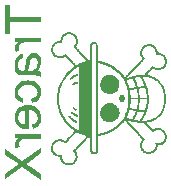
<source format=gbr>
%TF.GenerationSoftware,KiCad,Pcbnew,9.0.7*%
%TF.CreationDate,2026-02-14T18:41:00+05:30*%
%TF.ProjectId,Line_Follower,4c696e65-5f46-46f6-9c6c-6f7765722e6b,v1.0*%
%TF.SameCoordinates,Original*%
%TF.FileFunction,Legend,Bot*%
%TF.FilePolarity,Positive*%
%FSLAX46Y46*%
G04 Gerber Fmt 4.6, Leading zero omitted, Abs format (unit mm)*
G04 Created by KiCad (PCBNEW 9.0.7) date 2026-02-14 18:41:00*
%MOMM*%
%LPD*%
G01*
G04 APERTURE LIST*
%ADD10C,0.200000*%
%ADD11C,0.000000*%
G04 APERTURE END LIST*
D10*
G36*
X112340453Y-85233217D02*
G01*
X112340453Y-84239270D01*
X114990000Y-84239270D01*
X114990000Y-83828026D01*
X112340453Y-83828026D01*
X112340453Y-82842140D01*
X111977020Y-82842140D01*
X111977020Y-85233217D01*
X112340453Y-85233217D01*
G37*
G36*
X112882672Y-86780556D02*
G01*
X113234199Y-86649398D01*
X113169287Y-86506317D01*
X113149385Y-86377922D01*
X113169873Y-86252563D01*
X113229251Y-86151623D01*
X113332201Y-86068893D01*
X113458798Y-86014032D01*
X113626584Y-85977269D01*
X113846210Y-85963564D01*
X114990000Y-85963564D01*
X114990000Y-85583094D01*
X112809399Y-85583094D01*
X112809399Y-85930774D01*
X113138211Y-85930774D01*
X113138211Y-85929492D01*
X112960271Y-86034688D01*
X112846969Y-86145876D01*
X112783483Y-86264145D01*
X112762505Y-86394225D01*
X112775089Y-86517920D01*
X112814067Y-86645923D01*
X112882672Y-86780556D01*
G37*
G36*
X114543767Y-86885704D02*
G01*
X114664225Y-86923613D01*
X114769953Y-86985523D01*
X114863421Y-87073098D01*
X114936455Y-87177357D01*
X114990457Y-87300712D01*
X115024711Y-87446821D01*
X115036894Y-87620263D01*
X115017741Y-87829684D01*
X114960474Y-88030304D01*
X114863484Y-88225295D01*
X114722737Y-88417105D01*
X114873854Y-88448263D01*
X114990000Y-88493675D01*
X114990000Y-88894661D01*
X114832814Y-88823009D01*
X114681887Y-88788782D01*
X114491551Y-88777042D01*
X114077386Y-88771563D01*
X113583161Y-88771563D01*
X113336974Y-88759740D01*
X113160376Y-88729064D01*
X113059623Y-88687238D01*
X112966399Y-88613600D01*
X112879009Y-88501552D01*
X112819653Y-88372002D01*
X112778382Y-88185309D01*
X112762505Y-87923429D01*
X112774747Y-87703923D01*
X112808820Y-87521101D01*
X112861599Y-87369243D01*
X112931215Y-87243457D01*
X113024438Y-87133141D01*
X113138280Y-87045454D01*
X113275744Y-86979144D01*
X113441378Y-86934979D01*
X113490104Y-87307021D01*
X113337568Y-87355347D01*
X113233042Y-87418718D01*
X113164956Y-87495333D01*
X113119676Y-87590383D01*
X113089961Y-87712407D01*
X113079043Y-87868108D01*
X113091246Y-88043306D01*
X113122458Y-88162848D01*
X113175006Y-88260359D01*
X113236580Y-88321484D01*
X113308201Y-88361904D01*
X113373234Y-88380835D01*
X113596716Y-88391093D01*
X113913621Y-88391093D01*
X114034155Y-88391093D01*
X114222007Y-88375816D01*
X114367443Y-88334233D01*
X114479473Y-88270412D01*
X114564651Y-88185013D01*
X114650881Y-88041059D01*
X114702651Y-87883507D01*
X114720355Y-87708374D01*
X114708628Y-87571942D01*
X114676831Y-87467723D01*
X114628032Y-87388538D01*
X114560135Y-87326447D01*
X114483192Y-87290121D01*
X114393925Y-87277712D01*
X114295036Y-87292761D01*
X114214742Y-87336198D01*
X114148252Y-87410681D01*
X114094924Y-87525172D01*
X114058335Y-87693536D01*
X113991716Y-88091727D01*
X113913621Y-88391093D01*
X113596716Y-88391093D01*
X113634864Y-88261095D01*
X113670539Y-88078401D01*
X113721830Y-87734202D01*
X113763612Y-87488792D01*
X113818629Y-87302949D01*
X113883386Y-87165198D01*
X113955753Y-87065771D01*
X114050263Y-86981014D01*
X114155031Y-86921352D01*
X114272204Y-86885054D01*
X114404916Y-86872513D01*
X114543767Y-86885704D01*
G37*
G36*
X114226680Y-91119958D02*
G01*
X114435250Y-91067881D01*
X114603211Y-90994312D01*
X114737402Y-90901277D01*
X114842904Y-90788764D01*
X114950866Y-90608977D01*
X115015106Y-90416002D01*
X115036894Y-90205329D01*
X115015724Y-89971431D01*
X114955856Y-89775314D01*
X114859841Y-89609633D01*
X114726217Y-89469303D01*
X114565026Y-89359320D01*
X114377639Y-89278473D01*
X114159221Y-89227546D01*
X113903729Y-89209551D01*
X113624193Y-89228374D01*
X113401548Y-89279921D01*
X113225040Y-89358845D01*
X113067106Y-89470783D01*
X112949330Y-89595163D01*
X112866186Y-89733086D01*
X112808496Y-89885832D01*
X112774057Y-90042723D01*
X112762505Y-90205329D01*
X112782908Y-90424811D01*
X112841561Y-90615713D01*
X112937260Y-90783635D01*
X113032839Y-90890291D01*
X113148970Y-90975069D01*
X113288763Y-91038937D01*
X113456765Y-91080940D01*
X113513551Y-90713110D01*
X113372624Y-90665109D01*
X113265844Y-90605164D01*
X113186755Y-90534508D01*
X113127961Y-90447457D01*
X113091777Y-90344581D01*
X113079043Y-90221632D01*
X113093622Y-90072082D01*
X113134805Y-89947905D01*
X113201080Y-89843904D01*
X113294099Y-89756716D01*
X113445625Y-89673140D01*
X113642398Y-89618537D01*
X113896585Y-89598447D01*
X114156828Y-89618376D01*
X114355678Y-89672171D01*
X114506399Y-89753785D01*
X114599569Y-89839481D01*
X114665434Y-89940318D01*
X114706056Y-90059278D01*
X114720355Y-90201116D01*
X114704243Y-90352677D01*
X114659262Y-90473760D01*
X114587182Y-90571144D01*
X114489979Y-90645776D01*
X114357551Y-90703386D01*
X114180334Y-90741137D01*
X114226680Y-91119958D01*
G37*
G36*
X114175289Y-91327390D02*
G01*
X114394104Y-91381790D01*
X114579417Y-91467944D01*
X114736659Y-91585240D01*
X114865131Y-91733141D01*
X114958124Y-91906974D01*
X115016315Y-92111887D01*
X115036894Y-92354972D01*
X115024468Y-92539822D01*
X114988902Y-92702361D01*
X114931854Y-92845964D01*
X114853712Y-92973394D01*
X114754396Y-93085179D01*
X114634699Y-93179198D01*
X114492046Y-93256114D01*
X114322850Y-93315396D01*
X114274307Y-92924851D01*
X114419061Y-92862949D01*
X114529205Y-92789815D01*
X114610812Y-92706132D01*
X114670599Y-92606431D01*
X114707445Y-92490762D01*
X114720355Y-92355155D01*
X114698919Y-92181775D01*
X114636688Y-92032417D01*
X114532227Y-91901229D01*
X114433603Y-91823785D01*
X114313754Y-91763279D01*
X114168716Y-91720399D01*
X113993489Y-91697348D01*
X113993489Y-93326203D01*
X113722733Y-93314093D01*
X113510526Y-93281412D01*
X113346495Y-93232799D01*
X113221559Y-93171598D01*
X113066322Y-93057049D01*
X112949843Y-92931898D01*
X112866919Y-92795158D01*
X112808639Y-92644590D01*
X112774051Y-92491601D01*
X112762505Y-92334638D01*
X112762522Y-92334455D01*
X113079043Y-92334455D01*
X113094531Y-92473224D01*
X113140941Y-92604501D01*
X113220460Y-92731228D01*
X113297330Y-92808456D01*
X113395766Y-92868656D01*
X113520266Y-92911604D01*
X113676950Y-92934926D01*
X113676950Y-91717864D01*
X113509670Y-91751767D01*
X113368076Y-91815818D01*
X113247388Y-91910022D01*
X113154527Y-92030025D01*
X113098525Y-92169552D01*
X113079043Y-92334455D01*
X112762522Y-92334455D01*
X112784243Y-92094823D01*
X112845794Y-91893169D01*
X112944638Y-91722268D01*
X113082341Y-91576997D01*
X113248521Y-91462582D01*
X113439623Y-91378937D01*
X113660204Y-91326525D01*
X113916003Y-91308086D01*
X114175289Y-91327390D01*
G37*
G36*
X112882672Y-94943152D02*
G01*
X113234199Y-94811994D01*
X113169287Y-94668913D01*
X113149385Y-94540518D01*
X113169873Y-94415159D01*
X113229251Y-94314219D01*
X113332201Y-94231489D01*
X113458798Y-94176628D01*
X113626584Y-94139865D01*
X113846210Y-94126160D01*
X114990000Y-94126160D01*
X114990000Y-93745690D01*
X112809399Y-93745690D01*
X112809399Y-94093370D01*
X113138211Y-94093370D01*
X113138211Y-94092088D01*
X112960271Y-94197284D01*
X112846969Y-94308472D01*
X112783483Y-94426741D01*
X112762505Y-94556821D01*
X112775089Y-94680516D01*
X112814067Y-94808519D01*
X112882672Y-94943152D01*
G37*
G36*
X114990000Y-97667254D02*
G01*
X114990000Y-97160938D01*
X114136004Y-96556803D01*
X113726409Y-96279466D01*
X113726409Y-96280565D01*
X113863073Y-96193529D01*
X114990000Y-95384071D01*
X114990000Y-94889846D01*
X113425075Y-96058182D01*
X111977020Y-95025401D01*
X111977020Y-95513398D01*
X112871132Y-96148307D01*
X113106154Y-96295403D01*
X112883817Y-96451358D01*
X111977020Y-97136575D01*
X111977020Y-97583539D01*
X113400345Y-96525846D01*
X114990000Y-97667254D01*
G37*
D11*
%TO.C,G\u002A\u002A\u002A*%
G36*
X117809287Y-91489826D02*
G01*
X117834179Y-91502712D01*
X117844970Y-91510945D01*
X117865382Y-91526750D01*
X117892022Y-91544901D01*
X117922665Y-91563969D01*
X117955081Y-91582526D01*
X117965074Y-91587916D01*
X117993275Y-91604225D01*
X118013635Y-91619320D01*
X118027292Y-91634235D01*
X118035386Y-91650007D01*
X118036189Y-91652503D01*
X118040665Y-91674624D01*
X118039136Y-91694452D01*
X118035301Y-91707260D01*
X118028323Y-91720803D01*
X118018286Y-91734488D01*
X118016586Y-91736361D01*
X118000023Y-91750933D01*
X117982254Y-91760186D01*
X117962510Y-91763960D01*
X117940025Y-91762098D01*
X117914032Y-91754441D01*
X117883764Y-91740831D01*
X117848453Y-91721110D01*
X117807333Y-91695119D01*
X117803025Y-91692270D01*
X117765330Y-91666231D01*
X117736078Y-91643716D01*
X117715178Y-91624650D01*
X117702541Y-91608959D01*
X117701010Y-91606244D01*
X117696104Y-91590010D01*
X117694460Y-91569474D01*
X117696084Y-91548968D01*
X117700929Y-91532922D01*
X117714154Y-91515082D01*
X117732988Y-91499131D01*
X117753829Y-91487931D01*
X117760121Y-91485874D01*
X117783853Y-91483993D01*
X117809287Y-91489826D01*
G37*
G36*
X121854246Y-90414488D02*
G01*
X121876636Y-90414838D01*
X121892901Y-90416101D01*
X121906169Y-90418873D01*
X121919572Y-90423750D01*
X121931873Y-90429279D01*
X121967217Y-90450443D01*
X122000246Y-90479204D01*
X122029534Y-90513945D01*
X122053655Y-90553046D01*
X122066794Y-90582388D01*
X122081110Y-90630040D01*
X122089784Y-90681216D01*
X122092576Y-90733020D01*
X122089246Y-90782554D01*
X122085212Y-90805560D01*
X122070478Y-90856985D01*
X122050457Y-90902247D01*
X122025876Y-90941204D01*
X121997462Y-90973711D01*
X121965940Y-90999626D01*
X121932039Y-91018804D01*
X121896483Y-91031102D01*
X121860001Y-91036376D01*
X121823319Y-91034484D01*
X121787163Y-91025281D01*
X121752260Y-91008624D01*
X121719337Y-90984369D01*
X121689120Y-90952374D01*
X121662336Y-90912493D01*
X121651276Y-90891270D01*
X121632200Y-90842656D01*
X121620185Y-90792218D01*
X121614961Y-90740984D01*
X121616257Y-90689980D01*
X121623803Y-90640234D01*
X121637329Y-90592774D01*
X121656564Y-90548626D01*
X121681239Y-90508819D01*
X121711084Y-90474379D01*
X121745827Y-90446333D01*
X121772232Y-90431382D01*
X121789328Y-90423494D01*
X121802687Y-90418515D01*
X121815495Y-90415791D01*
X121830936Y-90414665D01*
X121852194Y-90414482D01*
X121854246Y-90414488D01*
G37*
G36*
X118105067Y-88638207D02*
G01*
X118117835Y-88643352D01*
X118139934Y-88658804D01*
X118155581Y-88679623D01*
X118164157Y-88703990D01*
X118165047Y-88730080D01*
X118157632Y-88756074D01*
X118156694Y-88758030D01*
X118150224Y-88769974D01*
X118143149Y-88779569D01*
X118134098Y-88787614D01*
X118121699Y-88794903D01*
X118104583Y-88802233D01*
X118081377Y-88810401D01*
X118050711Y-88820203D01*
X118048413Y-88820919D01*
X117966323Y-88850915D01*
X117884453Y-88889437D01*
X117803939Y-88935795D01*
X117725916Y-88989300D01*
X117651519Y-89049263D01*
X117610391Y-89086813D01*
X117589075Y-89106739D01*
X117572424Y-89120878D01*
X117558762Y-89130188D01*
X117546415Y-89135633D01*
X117533705Y-89138174D01*
X117519838Y-89138772D01*
X117492908Y-89134801D01*
X117470727Y-89122882D01*
X117453328Y-89103090D01*
X117441840Y-89081700D01*
X117436266Y-89061945D01*
X117436956Y-89042658D01*
X117444259Y-89022674D01*
X117458526Y-89000827D01*
X117480104Y-88975951D01*
X117496425Y-88959365D01*
X117576774Y-88886741D01*
X117662675Y-88821527D01*
X117754123Y-88763727D01*
X117851118Y-88713341D01*
X117953657Y-88670370D01*
X117992854Y-88656401D01*
X118025798Y-88645741D01*
X118051905Y-88638758D01*
X118072760Y-88635284D01*
X118089952Y-88635156D01*
X118105067Y-88638207D01*
G37*
G36*
X118069792Y-89322959D02*
G01*
X118091343Y-89334065D01*
X118109192Y-89353208D01*
X118120330Y-89372585D01*
X118127490Y-89392164D01*
X118128287Y-89410414D01*
X118122888Y-89431477D01*
X118122730Y-89431924D01*
X118113032Y-89452243D01*
X118099358Y-89467948D01*
X118080272Y-89480052D01*
X118054336Y-89489563D01*
X118033324Y-89494791D01*
X117992806Y-89504556D01*
X117954691Y-89515879D01*
X117916712Y-89529608D01*
X117876597Y-89546595D01*
X117832079Y-89567688D01*
X117812285Y-89577591D01*
X117789508Y-89588846D01*
X117772610Y-89596311D01*
X117759388Y-89600721D01*
X117747643Y-89602812D01*
X117735275Y-89603319D01*
X117708730Y-89600044D01*
X117687137Y-89589714D01*
X117668641Y-89571352D01*
X117664868Y-89566230D01*
X117656710Y-89552645D01*
X117652636Y-89539173D01*
X117651351Y-89521355D01*
X117651331Y-89519642D01*
X117652065Y-89501446D01*
X117655529Y-89487768D01*
X117662997Y-89473985D01*
X117664543Y-89471619D01*
X117670754Y-89463215D01*
X117678170Y-89455758D01*
X117688301Y-89448228D01*
X117702654Y-89439605D01*
X117722737Y-89428867D01*
X117742890Y-89418599D01*
X117786288Y-89397893D01*
X117831118Y-89378629D01*
X117875960Y-89361279D01*
X117919392Y-89346309D01*
X117959993Y-89334188D01*
X117996342Y-89325387D01*
X118027018Y-89320372D01*
X118043783Y-89319364D01*
X118069792Y-89322959D01*
G37*
G36*
X117645087Y-91858320D02*
G01*
X117671637Y-91869483D01*
X117686940Y-91880111D01*
X117744090Y-91924906D01*
X117797505Y-91964114D01*
X117849447Y-91999203D01*
X117902176Y-92031643D01*
X117957952Y-92062904D01*
X118008990Y-92089416D01*
X118036013Y-92103191D01*
X118060631Y-92116024D01*
X118081490Y-92127190D01*
X118097240Y-92135959D01*
X118106530Y-92141605D01*
X118108031Y-92142731D01*
X118118526Y-92156166D01*
X118127415Y-92174661D01*
X118132920Y-92194018D01*
X118133864Y-92203810D01*
X118131856Y-92218663D01*
X118126879Y-92235134D01*
X118125365Y-92238726D01*
X118113777Y-92257181D01*
X118098126Y-92272839D01*
X118081183Y-92283161D01*
X118074679Y-92285223D01*
X118063135Y-92287941D01*
X118056244Y-92289810D01*
X118043849Y-92289997D01*
X118024715Y-92285435D01*
X117999756Y-92276588D01*
X117969887Y-92263920D01*
X117936023Y-92247897D01*
X117899076Y-92228983D01*
X117859962Y-92207642D01*
X117819594Y-92184339D01*
X117778887Y-92159538D01*
X117738755Y-92133703D01*
X117708156Y-92112937D01*
X117672479Y-92087490D01*
X117639649Y-92062860D01*
X117610555Y-92039791D01*
X117586084Y-92019025D01*
X117567124Y-92001302D01*
X117554562Y-91987365D01*
X117550491Y-91981178D01*
X117542612Y-91956850D01*
X117541917Y-91931052D01*
X117548320Y-91906945D01*
X117552751Y-91898638D01*
X117571638Y-91876106D01*
X117594029Y-91861778D01*
X117618864Y-91855801D01*
X117645087Y-91858320D01*
G37*
G36*
X117428050Y-92190530D02*
G01*
X117447908Y-92196387D01*
X117455503Y-92201877D01*
X117468338Y-92212874D01*
X117485190Y-92228257D01*
X117504836Y-92246903D01*
X117526052Y-92267689D01*
X117530832Y-92272461D01*
X117609943Y-92348707D01*
X117688533Y-92418111D01*
X117768988Y-92482626D01*
X117853693Y-92544201D01*
X117907769Y-92580692D01*
X117931254Y-92596187D01*
X117953440Y-92610928D01*
X117972568Y-92623738D01*
X117986877Y-92633440D01*
X117992854Y-92637589D01*
X118012612Y-92656878D01*
X118024799Y-92680493D01*
X118028834Y-92706755D01*
X118025090Y-92731039D01*
X118013226Y-92756133D01*
X117995553Y-92774863D01*
X117973398Y-92786764D01*
X117948094Y-92791368D01*
X117920969Y-92788208D01*
X117893873Y-92777112D01*
X117881040Y-92769462D01*
X117862500Y-92757897D01*
X117840218Y-92743687D01*
X117816157Y-92728107D01*
X117792281Y-92712427D01*
X117770554Y-92697919D01*
X117752940Y-92685857D01*
X117752182Y-92685327D01*
X117739375Y-92676218D01*
X117724773Y-92665634D01*
X117710458Y-92655109D01*
X117698507Y-92646179D01*
X117691003Y-92640376D01*
X117689591Y-92639154D01*
X117684983Y-92635363D01*
X117674951Y-92627656D01*
X117661536Y-92617597D01*
X117659496Y-92616083D01*
X117631704Y-92594720D01*
X117601081Y-92569821D01*
X117568523Y-92542235D01*
X117534928Y-92512805D01*
X117501195Y-92482377D01*
X117468220Y-92451799D01*
X117436901Y-92421914D01*
X117408137Y-92393570D01*
X117382824Y-92367611D01*
X117361860Y-92344884D01*
X117346144Y-92326233D01*
X117336572Y-92312506D01*
X117335841Y-92311156D01*
X117330534Y-92293872D01*
X117328970Y-92272620D01*
X117331083Y-92251528D01*
X117336807Y-92234724D01*
X117337064Y-92234278D01*
X117345730Y-92222863D01*
X117357894Y-92210531D01*
X117362262Y-92206788D01*
X117381567Y-92196078D01*
X117404666Y-92190516D01*
X117428050Y-92190530D01*
G37*
G36*
X120912259Y-91103487D02*
G01*
X120981479Y-91115265D01*
X121052955Y-91134683D01*
X121066471Y-91139094D01*
X121145243Y-91170207D01*
X121220598Y-91209437D01*
X121291919Y-91256121D01*
X121358586Y-91309598D01*
X121419979Y-91369204D01*
X121475479Y-91434276D01*
X121524467Y-91504152D01*
X121566323Y-91578168D01*
X121600428Y-91655662D01*
X121626163Y-91735970D01*
X121626933Y-91738936D01*
X121638643Y-91793737D01*
X121646733Y-91851809D01*
X121650965Y-91910159D01*
X121651101Y-91965792D01*
X121648142Y-92005990D01*
X121635033Y-92080590D01*
X121613175Y-92154841D01*
X121583062Y-92227870D01*
X121545189Y-92298802D01*
X121500053Y-92366764D01*
X121448149Y-92430884D01*
X121389971Y-92490287D01*
X121357032Y-92519334D01*
X121307347Y-92558458D01*
X121256980Y-92592777D01*
X121202674Y-92624405D01*
X121165342Y-92643716D01*
X121082761Y-92680009D01*
X120999513Y-92707296D01*
X120915946Y-92725575D01*
X120832406Y-92734844D01*
X120749239Y-92735101D01*
X120666791Y-92726345D01*
X120585408Y-92708573D01*
X120505438Y-92681783D01*
X120430531Y-92647692D01*
X120358732Y-92605528D01*
X120291702Y-92555916D01*
X120230233Y-92499623D01*
X120175119Y-92437418D01*
X120127151Y-92370069D01*
X120104192Y-92331277D01*
X120067064Y-92254633D01*
X120038784Y-92175793D01*
X120019342Y-92095269D01*
X120008732Y-92013575D01*
X120006945Y-91931222D01*
X120013974Y-91848722D01*
X120029810Y-91766588D01*
X120054445Y-91685332D01*
X120087871Y-91605467D01*
X120116314Y-91550985D01*
X120162460Y-91477867D01*
X120215778Y-91408209D01*
X120275001Y-91343395D01*
X120338864Y-91284809D01*
X120406098Y-91233837D01*
X120407381Y-91232963D01*
X120474007Y-91192715D01*
X120545372Y-91158855D01*
X120619706Y-91132018D01*
X120695242Y-91112840D01*
X120770210Y-91101957D01*
X120772189Y-91101786D01*
X120843196Y-91099082D01*
X120912259Y-91103487D01*
G37*
G36*
X120844657Y-88720782D02*
G01*
X120881721Y-88722190D01*
X120914685Y-88724920D01*
X120946115Y-88729264D01*
X120978576Y-88735515D01*
X121014634Y-88743967D01*
X121020852Y-88745529D01*
X121104140Y-88770850D01*
X121183456Y-88803450D01*
X121258241Y-88842867D01*
X121327937Y-88888637D01*
X121391986Y-88940296D01*
X121449831Y-88997381D01*
X121500913Y-89059430D01*
X121544673Y-89125977D01*
X121580555Y-89196561D01*
X121589312Y-89217481D01*
X121613678Y-89290508D01*
X121629707Y-89366758D01*
X121637481Y-89446709D01*
X121638259Y-89493559D01*
X121637885Y-89518265D01*
X121637350Y-89540734D01*
X121636719Y-89558787D01*
X121636057Y-89570243D01*
X121635912Y-89571674D01*
X121625712Y-89645655D01*
X121613462Y-89712081D01*
X121598738Y-89772514D01*
X121581114Y-89828515D01*
X121560167Y-89881646D01*
X121539917Y-89924754D01*
X121498288Y-89997676D01*
X121450270Y-90064011D01*
X121396123Y-90123618D01*
X121336107Y-90176355D01*
X121270483Y-90222082D01*
X121199508Y-90260656D01*
X121123445Y-90291936D01*
X121042551Y-90315782D01*
X120957088Y-90332052D01*
X120867315Y-90340604D01*
X120774112Y-90341319D01*
X120724465Y-90338692D01*
X120681009Y-90334106D01*
X120640789Y-90327058D01*
X120600852Y-90317047D01*
X120564800Y-90305794D01*
X120505058Y-90283659D01*
X120451488Y-90259000D01*
X120401052Y-90230218D01*
X120350707Y-90195720D01*
X120340372Y-90187986D01*
X120275301Y-90132916D01*
X120216702Y-90071432D01*
X120164944Y-90004088D01*
X120120398Y-89931435D01*
X120083433Y-89854028D01*
X120054422Y-89772417D01*
X120048895Y-89753045D01*
X120031113Y-89670874D01*
X120021678Y-89586555D01*
X120020524Y-89501366D01*
X120027589Y-89416587D01*
X120042808Y-89333498D01*
X120066118Y-89253380D01*
X120075137Y-89228932D01*
X120111252Y-89148110D01*
X120154404Y-89073263D01*
X120204532Y-89004471D01*
X120261573Y-88941809D01*
X120325466Y-88885358D01*
X120379099Y-88846301D01*
X120440190Y-88809217D01*
X120503188Y-88778732D01*
X120570131Y-88754005D01*
X120643053Y-88734192D01*
X120657400Y-88730989D01*
X120676076Y-88727224D01*
X120693557Y-88724455D01*
X120711830Y-88722537D01*
X120732886Y-88721322D01*
X120758713Y-88720664D01*
X120791301Y-88720417D01*
X120800929Y-88720401D01*
X120844657Y-88720782D01*
G37*
G36*
X117483624Y-85122767D02*
G01*
X117554391Y-85135149D01*
X117621411Y-85153591D01*
X117652026Y-85164711D01*
X117729087Y-85200025D01*
X117800613Y-85242610D01*
X117866276Y-85292167D01*
X117925750Y-85348398D01*
X117978707Y-85411004D01*
X118024821Y-85479687D01*
X118052103Y-85529712D01*
X118083778Y-85603340D01*
X118107009Y-85679564D01*
X118121870Y-85757564D01*
X118128438Y-85836522D01*
X118126788Y-85915616D01*
X118116995Y-85994027D01*
X118099136Y-86070936D01*
X118073285Y-86145523D01*
X118039519Y-86216967D01*
X117997913Y-86284450D01*
X117980322Y-86308544D01*
X117971116Y-86321533D01*
X117965059Y-86331908D01*
X117963477Y-86337203D01*
X117966839Y-86341338D01*
X117975944Y-86351631D01*
X117990223Y-86367466D01*
X118009108Y-86388227D01*
X118032030Y-86413295D01*
X118058419Y-86442055D01*
X118087707Y-86473889D01*
X118119326Y-86508180D01*
X118152705Y-86544312D01*
X118187278Y-86581668D01*
X118222474Y-86619632D01*
X118257726Y-86657585D01*
X118292463Y-86694912D01*
X118326118Y-86730995D01*
X118358121Y-86765218D01*
X118360936Y-86768223D01*
X118382532Y-86791317D01*
X118408917Y-86819600D01*
X118438593Y-86851461D01*
X118470061Y-86885292D01*
X118501825Y-86919482D01*
X118532386Y-86952422D01*
X118541994Y-86962789D01*
X118572387Y-86995579D01*
X118607340Y-87033267D01*
X118645107Y-87073970D01*
X118683939Y-87115806D01*
X118722091Y-87156893D01*
X118757815Y-87195348D01*
X118775808Y-87214707D01*
X118806427Y-87247670D01*
X118837796Y-87281483D01*
X118868715Y-87314850D01*
X118897985Y-87346474D01*
X118924406Y-87375061D01*
X118946778Y-87399312D01*
X118962229Y-87416111D01*
X118983820Y-87439525D01*
X119005655Y-87463009D01*
X119026066Y-87484782D01*
X119043385Y-87503063D01*
X119054786Y-87514893D01*
X119085441Y-87546228D01*
X119127153Y-87543201D01*
X119145843Y-87541648D01*
X119160758Y-87540037D01*
X119169684Y-87538625D01*
X119171180Y-87538103D01*
X119171465Y-87533316D01*
X119171773Y-87519783D01*
X119172101Y-87498017D01*
X119172446Y-87468534D01*
X119172803Y-87431846D01*
X119173169Y-87388468D01*
X119173541Y-87338914D01*
X119173915Y-87283697D01*
X119174286Y-87223332D01*
X119174652Y-87158331D01*
X119175009Y-87089211D01*
X119175353Y-87016483D01*
X119175681Y-86940663D01*
X119175989Y-86862263D01*
X119176008Y-86856970D01*
X119178522Y-86177908D01*
X119189113Y-86145498D01*
X119209188Y-86098324D01*
X119236510Y-86056573D01*
X119270445Y-86020804D01*
X119310364Y-85991572D01*
X119355632Y-85969437D01*
X119404994Y-85955081D01*
X119443010Y-85950004D01*
X119484684Y-85948896D01*
X119526709Y-85951588D01*
X119565780Y-85957909D01*
X119590192Y-85964600D01*
X119641129Y-85986013D01*
X119686044Y-86013562D01*
X119724427Y-86046733D01*
X119755765Y-86085014D01*
X119779544Y-86127889D01*
X119793710Y-86168623D01*
X119794701Y-86173244D01*
X119795598Y-86179420D01*
X119796405Y-86187601D01*
X119797127Y-86198236D01*
X119797769Y-86211777D01*
X119798334Y-86228673D01*
X119798828Y-86249374D01*
X119799254Y-86274331D01*
X119799619Y-86303993D01*
X119799926Y-86338810D01*
X119800180Y-86379233D01*
X119800385Y-86425712D01*
X119800546Y-86478697D01*
X119800668Y-86538637D01*
X119800756Y-86605984D01*
X119800813Y-86681187D01*
X119800845Y-86764696D01*
X119800856Y-86856961D01*
X119800856Y-86868536D01*
X119800856Y-87541014D01*
X119815903Y-87543174D01*
X119825530Y-87544501D01*
X119842409Y-87546770D01*
X119864613Y-87549724D01*
X119890212Y-87553108D01*
X119907345Y-87555361D01*
X120022509Y-87573618D01*
X120142205Y-87598625D01*
X120265053Y-87630003D01*
X120389674Y-87667372D01*
X120514690Y-87710354D01*
X120622675Y-87752008D01*
X120786240Y-87823315D01*
X120944920Y-87902480D01*
X121098657Y-87989461D01*
X121247399Y-88084215D01*
X121391089Y-88186700D01*
X121529672Y-88296873D01*
X121663093Y-88414694D01*
X121791297Y-88540119D01*
X121914229Y-88673106D01*
X122031834Y-88813613D01*
X122064968Y-88855804D01*
X122112940Y-88917769D01*
X122124354Y-88904419D01*
X122130281Y-88897829D01*
X122141705Y-88885438D01*
X122157760Y-88868172D01*
X122177582Y-88846958D01*
X122200306Y-88822723D01*
X122225066Y-88796393D01*
X122238381Y-88782264D01*
X122267783Y-88751062D01*
X122299105Y-88717771D01*
X122330716Y-88684132D01*
X122360981Y-88651885D01*
X122388266Y-88622768D01*
X122410939Y-88598522D01*
X122412299Y-88597066D01*
X122447591Y-88559282D01*
X122486494Y-88517682D01*
X122527782Y-88473574D01*
X122570230Y-88428263D01*
X122612611Y-88383059D01*
X122653700Y-88339267D01*
X122692270Y-88298197D01*
X122727097Y-88261155D01*
X122756954Y-88229448D01*
X122759574Y-88226668D01*
X122780186Y-88204775D01*
X122805644Y-88177679D01*
X122834478Y-88146949D01*
X122865217Y-88114154D01*
X122896391Y-88080861D01*
X122926530Y-88048640D01*
X122935394Y-88039155D01*
X122964758Y-88007743D01*
X122995469Y-87974917D01*
X123026086Y-87942213D01*
X123055170Y-87911169D01*
X123081283Y-87883320D01*
X123102986Y-87860204D01*
X123108859Y-87853956D01*
X123160334Y-87799206D01*
X123206316Y-87750270D01*
X123247665Y-87706230D01*
X123285245Y-87666167D01*
X123319916Y-87629161D01*
X123352541Y-87594293D01*
X123383981Y-87560645D01*
X123388950Y-87555323D01*
X123412358Y-87530267D01*
X123435638Y-87505382D01*
X123457392Y-87482159D01*
X123476221Y-87462091D01*
X123490727Y-87446670D01*
X123495240Y-87441889D01*
X123513343Y-87422746D01*
X123533514Y-87401416D01*
X123551923Y-87381948D01*
X123555087Y-87378602D01*
X123584285Y-87347726D01*
X123561339Y-87318413D01*
X123515106Y-87252218D01*
X123476072Y-87181319D01*
X123444828Y-87107019D01*
X123421963Y-87030621D01*
X123413990Y-86992782D01*
X123409424Y-86959427D01*
X123406449Y-86920158D01*
X123405046Y-86877391D01*
X123405197Y-86833545D01*
X123406885Y-86791034D01*
X123410090Y-86752276D01*
X123414795Y-86719687D01*
X123416087Y-86713322D01*
X123431963Y-86650652D01*
X123451719Y-86592720D01*
X123476822Y-86535322D01*
X123481806Y-86525155D01*
X123518639Y-86459494D01*
X123561521Y-86399050D01*
X123611955Y-86341731D01*
X123618264Y-86335289D01*
X123677879Y-86280732D01*
X123741099Y-86234119D01*
X123808495Y-86195171D01*
X123880640Y-86163611D01*
X123958107Y-86139158D01*
X124041468Y-86121534D01*
X124064581Y-86117978D01*
X124099702Y-86114885D01*
X124141178Y-86114360D01*
X124186520Y-86116227D01*
X124233238Y-86120308D01*
X124278843Y-86126429D01*
X124320846Y-86134413D01*
X124331279Y-86136873D01*
X124407160Y-86160304D01*
X124479404Y-86191849D01*
X124547504Y-86230906D01*
X124610949Y-86276873D01*
X124669233Y-86329149D01*
X124721845Y-86387132D01*
X124768277Y-86450220D01*
X124808021Y-86517811D01*
X124840568Y-86589304D01*
X124865410Y-86664097D01*
X124882037Y-86741587D01*
X124888430Y-86796009D01*
X124891505Y-86835363D01*
X124951694Y-86838310D01*
X124993146Y-86840967D01*
X125028827Y-86844853D01*
X125062201Y-86850523D01*
X125096734Y-86858535D01*
X125123870Y-86865955D01*
X125201320Y-86892846D01*
X125274621Y-86927817D01*
X125343265Y-86970435D01*
X125406744Y-87020265D01*
X125464549Y-87076875D01*
X125516173Y-87139829D01*
X125561106Y-87208695D01*
X125590117Y-87263975D01*
X125620069Y-87337132D01*
X125642131Y-87413037D01*
X125656133Y-87490463D01*
X125661905Y-87568180D01*
X125659281Y-87644962D01*
X125650850Y-87705797D01*
X125634625Y-87777598D01*
X125614007Y-87842873D01*
X125588281Y-87903597D01*
X125560342Y-87955697D01*
X125513598Y-88026048D01*
X125460557Y-88089690D01*
X125401535Y-88146398D01*
X125336849Y-88195945D01*
X125266814Y-88238102D01*
X125191746Y-88272644D01*
X125111964Y-88299344D01*
X125065128Y-88310832D01*
X125035648Y-88315740D01*
X124999634Y-88319525D01*
X124959756Y-88322085D01*
X124918685Y-88323318D01*
X124879089Y-88323123D01*
X124843639Y-88321397D01*
X124827908Y-88319882D01*
X124759432Y-88308135D01*
X124690449Y-88289366D01*
X124623266Y-88264418D01*
X124560185Y-88234136D01*
X124509024Y-88203154D01*
X124483050Y-88185535D01*
X124363180Y-88313659D01*
X124334530Y-88344275D01*
X124306405Y-88374318D01*
X124279784Y-88402744D01*
X124255646Y-88428506D01*
X124234973Y-88450559D01*
X124218743Y-88467855D01*
X124208585Y-88478663D01*
X124189231Y-88499232D01*
X124167237Y-88522628D01*
X124146296Y-88544924D01*
X124138875Y-88552831D01*
X124124785Y-88567841D01*
X124105960Y-88587882D01*
X124084010Y-88611243D01*
X124060545Y-88636210D01*
X124037173Y-88661070D01*
X124033535Y-88664938D01*
X123963181Y-88739755D01*
X123996756Y-88745194D01*
X124024361Y-88749951D01*
X124056867Y-88756011D01*
X124092189Y-88762942D01*
X124128243Y-88770311D01*
X124162946Y-88777686D01*
X124194214Y-88784637D01*
X124219964Y-88790730D01*
X124234049Y-88794381D01*
X124359753Y-88833193D01*
X124480381Y-88878860D01*
X124595520Y-88931172D01*
X124704759Y-88989921D01*
X124807689Y-89054897D01*
X124903896Y-89125892D01*
X124933174Y-89149829D01*
X124954874Y-89168857D01*
X124980921Y-89193021D01*
X125009513Y-89220535D01*
X125038847Y-89249612D01*
X125067122Y-89278466D01*
X125092536Y-89305310D01*
X125113286Y-89328357D01*
X125113497Y-89328601D01*
X125189043Y-89422897D01*
X125257888Y-89523545D01*
X125319999Y-89630470D01*
X125375346Y-89743598D01*
X125423895Y-89862856D01*
X125465614Y-89988170D01*
X125500472Y-90119465D01*
X125528436Y-90256669D01*
X125534677Y-90293949D01*
X125542577Y-90345470D01*
X125549149Y-90393620D01*
X125554502Y-90439978D01*
X125558742Y-90486122D01*
X125561978Y-90533631D01*
X125564318Y-90584081D01*
X125565868Y-90639053D01*
X125566736Y-90700124D01*
X125567030Y-90768520D01*
X125566899Y-90831718D01*
X125566368Y-90887082D01*
X125565357Y-90936032D01*
X125563787Y-90979989D01*
X125561578Y-91020374D01*
X125558650Y-91058606D01*
X125554923Y-91096107D01*
X125550318Y-91134296D01*
X125544755Y-91174595D01*
X125543880Y-91180587D01*
X125520085Y-91318249D01*
X125490068Y-91449190D01*
X125453716Y-91573651D01*
X125410916Y-91691869D01*
X125361558Y-91804081D01*
X125305530Y-91910526D01*
X125242718Y-92011442D01*
X125173013Y-92107066D01*
X125096300Y-92197637D01*
X125035862Y-92260649D01*
X124946584Y-92342608D01*
X124850543Y-92418362D01*
X124747953Y-92487802D01*
X124639023Y-92550817D01*
X124523966Y-92607294D01*
X124402993Y-92657124D01*
X124276316Y-92700195D01*
X124144146Y-92736396D01*
X124118300Y-92742519D01*
X124091958Y-92748323D01*
X124062052Y-92754460D01*
X124031363Y-92760399D01*
X124002670Y-92765611D01*
X123978754Y-92769566D01*
X123968989Y-92770969D01*
X123951219Y-92774328D01*
X123942492Y-92778517D01*
X123942885Y-92783486D01*
X123945737Y-92785760D01*
X123951171Y-92790555D01*
X123961298Y-92800593D01*
X123974552Y-92814293D01*
X123986105Y-92826557D01*
X124004249Y-92846018D01*
X124023851Y-92867009D01*
X124041773Y-92886174D01*
X124048799Y-92893675D01*
X124057286Y-92902771D01*
X124071371Y-92917919D01*
X124090366Y-92938375D01*
X124113579Y-92963395D01*
X124140321Y-92992235D01*
X124169901Y-93024150D01*
X124201630Y-93058397D01*
X124234817Y-93094230D01*
X124252749Y-93113599D01*
X124286239Y-93149764D01*
X124318485Y-93184571D01*
X124348820Y-93217298D01*
X124376576Y-93247227D01*
X124401086Y-93273638D01*
X124421682Y-93295812D01*
X124437696Y-93313028D01*
X124448460Y-93324567D01*
X124451931Y-93328265D01*
X124475372Y-93353103D01*
X124508391Y-93331939D01*
X124575825Y-93293981D01*
X124648396Y-93262964D01*
X124724529Y-93239449D01*
X124802650Y-93223996D01*
X124816807Y-93222113D01*
X124853820Y-93219109D01*
X124896387Y-93218187D01*
X124941457Y-93219226D01*
X124985981Y-93222104D01*
X125026910Y-93226699D01*
X125055584Y-93231649D01*
X125136800Y-93253325D01*
X125213871Y-93283147D01*
X125286447Y-93320930D01*
X125354176Y-93366491D01*
X125416708Y-93419645D01*
X125420095Y-93422886D01*
X125478167Y-93484877D01*
X125527954Y-93550989D01*
X125569435Y-93621180D01*
X125602587Y-93695409D01*
X125627389Y-93773636D01*
X125643822Y-93855818D01*
X125643983Y-93856929D01*
X125646645Y-93883140D01*
X125648253Y-93915643D01*
X125648837Y-93951843D01*
X125648423Y-93989146D01*
X125647040Y-94024958D01*
X125644715Y-94056683D01*
X125641560Y-94081262D01*
X125622985Y-94163731D01*
X125596784Y-94241058D01*
X125562736Y-94313656D01*
X125520622Y-94381940D01*
X125470222Y-94446324D01*
X125420092Y-94498882D01*
X125357406Y-94553065D01*
X125290337Y-94599097D01*
X125218920Y-94636962D01*
X125143193Y-94666646D01*
X125063193Y-94688132D01*
X124978957Y-94701407D01*
X124912340Y-94705988D01*
X124877615Y-94707123D01*
X124876361Y-94727550D01*
X124873398Y-94757595D01*
X124868149Y-94792939D01*
X124861242Y-94830092D01*
X124853307Y-94865565D01*
X124847588Y-94887147D01*
X124820476Y-94965000D01*
X124785282Y-95038572D01*
X124742335Y-95107442D01*
X124691970Y-95171192D01*
X124634518Y-95229402D01*
X124570310Y-95281653D01*
X124499681Y-95327526D01*
X124497759Y-95328631D01*
X124427675Y-95363563D01*
X124353678Y-95390551D01*
X124276753Y-95409510D01*
X124197883Y-95420355D01*
X124128427Y-95422657D01*
X124118054Y-95423001D01*
X124038248Y-95417363D01*
X123959451Y-95403357D01*
X123884487Y-95381545D01*
X123811246Y-95351035D01*
X123741157Y-95312283D01*
X123675161Y-95266038D01*
X123614197Y-95213049D01*
X123559205Y-95154066D01*
X123511124Y-95089838D01*
X123502974Y-95077303D01*
X123467549Y-95014540D01*
X123438222Y-94947083D01*
X123414464Y-94873631D01*
X123404818Y-94835582D01*
X123400359Y-94815744D01*
X123397054Y-94798608D01*
X123394727Y-94782161D01*
X123393202Y-94764384D01*
X123392301Y-94743261D01*
X123391849Y-94716776D01*
X123391675Y-94685473D01*
X123391770Y-94647586D01*
X123392483Y-94616613D01*
X123394086Y-94590216D01*
X123396850Y-94566053D01*
X123401046Y-94541787D01*
X123406945Y-94515078D01*
X123414819Y-94483586D01*
X123415292Y-94481754D01*
X123434187Y-94422348D01*
X123460086Y-94361468D01*
X123491690Y-94301738D01*
X123527702Y-94245783D01*
X123540830Y-94227941D01*
X123552836Y-94211680D01*
X123562182Y-94198025D01*
X123567747Y-94188680D01*
X123568770Y-94185541D01*
X123565552Y-94181805D01*
X123556621Y-94171919D01*
X123542566Y-94156518D01*
X123523974Y-94136238D01*
X123501432Y-94111714D01*
X123475529Y-94083583D01*
X123446852Y-94052481D01*
X123415988Y-94019042D01*
X123383526Y-93983903D01*
X123350053Y-93947700D01*
X123316157Y-93911067D01*
X123282425Y-93874642D01*
X123249445Y-93839060D01*
X123217806Y-93804957D01*
X123188093Y-93772968D01*
X123160896Y-93743729D01*
X123136802Y-93717876D01*
X123116398Y-93696045D01*
X123108921Y-93688068D01*
X123104389Y-93683204D01*
X123094249Y-93672302D01*
X123079195Y-93656107D01*
X123059921Y-93635367D01*
X123037120Y-93610826D01*
X123011485Y-93583233D01*
X122983710Y-93553334D01*
X122954488Y-93521875D01*
X122924513Y-93489602D01*
X122894479Y-93457263D01*
X122865078Y-93425603D01*
X122837005Y-93395369D01*
X122829096Y-93386851D01*
X122802351Y-93358049D01*
X122773958Y-93327481D01*
X122745648Y-93297010D01*
X122719152Y-93268497D01*
X122696200Y-93243806D01*
X122684987Y-93231747D01*
X122661369Y-93206318D01*
X122634087Y-93176886D01*
X122605748Y-93146266D01*
X122578955Y-93117272D01*
X122564888Y-93102024D01*
X122542809Y-93078128D01*
X122520070Y-93053613D01*
X122498479Y-93030422D01*
X122479844Y-93010499D01*
X122467931Y-92997850D01*
X122457984Y-92987271D01*
X122442486Y-92970692D01*
X122422176Y-92948910D01*
X122397795Y-92922719D01*
X122370083Y-92892914D01*
X122339778Y-92860292D01*
X122307622Y-92825647D01*
X122274354Y-92789776D01*
X122262380Y-92776858D01*
X122091900Y-92592905D01*
X122058288Y-92634303D01*
X122001578Y-92701629D01*
X121938304Y-92772230D01*
X121869891Y-92844700D01*
X121797762Y-92917631D01*
X121723343Y-92989616D01*
X121648057Y-93059247D01*
X121573330Y-93125118D01*
X121500585Y-93185821D01*
X121497739Y-93188120D01*
X121358213Y-93295363D01*
X121215692Y-93394471D01*
X121070472Y-93485286D01*
X120922849Y-93567651D01*
X120773119Y-93641408D01*
X120621580Y-93706399D01*
X120468528Y-93762468D01*
X120342768Y-93801487D01*
X120314274Y-93809524D01*
X120286486Y-93817203D01*
X120261591Y-93823929D01*
X120241779Y-93829109D01*
X120231649Y-93831605D01*
X120194190Y-93840120D01*
X120155012Y-93848634D01*
X120116315Y-93856697D01*
X120080299Y-93863861D01*
X120049163Y-93869675D01*
X120027724Y-93873291D01*
X120007988Y-93876250D01*
X119983970Y-93879694D01*
X119957375Y-93883396D01*
X119929901Y-93887131D01*
X119903252Y-93890672D01*
X119879129Y-93893792D01*
X119859233Y-93896266D01*
X119845266Y-93897866D01*
X119842525Y-93898094D01*
X119839160Y-93898373D01*
X119838338Y-93900193D01*
X119837585Y-93905898D01*
X119836897Y-93915857D01*
X119836271Y-93930439D01*
X119835701Y-93950012D01*
X119835186Y-93974944D01*
X119834720Y-94005606D01*
X119834299Y-94042366D01*
X119833921Y-94085592D01*
X119833580Y-94135654D01*
X119833273Y-94192919D01*
X119832997Y-94257758D01*
X119832747Y-94330539D01*
X119832519Y-94411630D01*
X119832309Y-94501400D01*
X119832195Y-94556991D01*
X119832029Y-94649165D01*
X119831891Y-94732555D01*
X119831762Y-94807638D01*
X119831620Y-94874892D01*
X119831443Y-94934792D01*
X119831211Y-94987814D01*
X119830902Y-95034437D01*
X119830495Y-95075135D01*
X119829969Y-95110386D01*
X119829301Y-95140666D01*
X119828472Y-95166452D01*
X119827460Y-95188220D01*
X119826243Y-95206446D01*
X119824800Y-95221608D01*
X119823110Y-95234182D01*
X119821152Y-95244645D01*
X119818904Y-95253472D01*
X119816346Y-95261141D01*
X119813455Y-95268128D01*
X119810211Y-95274910D01*
X119806592Y-95281962D01*
X119802577Y-95289763D01*
X119799178Y-95296628D01*
X119784744Y-95320492D01*
X119764236Y-95346370D01*
X119739820Y-95372048D01*
X119713661Y-95395311D01*
X119687922Y-95413943D01*
X119679879Y-95418705D01*
X119628960Y-95442234D01*
X119576046Y-95457998D01*
X119522230Y-95466077D01*
X119492980Y-95466335D01*
X119468608Y-95466550D01*
X119416274Y-95459499D01*
X119366322Y-95445001D01*
X119319846Y-95423138D01*
X119277940Y-95393990D01*
X119272072Y-95388955D01*
X119247443Y-95363560D01*
X119224186Y-95332900D01*
X119204458Y-95300186D01*
X119190418Y-95268627D01*
X119189591Y-95266207D01*
X119185161Y-95252411D01*
X119181350Y-95239076D01*
X119178120Y-95225421D01*
X119175429Y-95210669D01*
X119173239Y-95194041D01*
X119171508Y-95174757D01*
X119170197Y-95152038D01*
X119169265Y-95125107D01*
X119168673Y-95093183D01*
X119168381Y-95055488D01*
X119168348Y-95011243D01*
X119168535Y-94959669D01*
X119168901Y-94899988D01*
X119169127Y-94868356D01*
X119169625Y-94797488D01*
X119170083Y-94725585D01*
X119170500Y-94653245D01*
X119170874Y-94581062D01*
X119171205Y-94509631D01*
X119171491Y-94439547D01*
X119171731Y-94371407D01*
X119171925Y-94305805D01*
X119172070Y-94243336D01*
X119172167Y-94184595D01*
X119172213Y-94130179D01*
X119172208Y-94080682D01*
X119172150Y-94036700D01*
X119172038Y-93998828D01*
X119171872Y-93967660D01*
X119171650Y-93943793D01*
X119171371Y-93927822D01*
X119171033Y-93920341D01*
X119170924Y-93919845D01*
X119165578Y-93918499D01*
X119153703Y-93916929D01*
X119139936Y-93915648D01*
X119111006Y-93913393D01*
X118977940Y-94055202D01*
X118947564Y-94087561D01*
X118917523Y-94119540D01*
X118888775Y-94150122D01*
X118862276Y-94178289D01*
X118838985Y-94203023D01*
X118819858Y-94223306D01*
X118805855Y-94238121D01*
X118803129Y-94240996D01*
X118791642Y-94253155D01*
X118774642Y-94271231D01*
X118752931Y-94294365D01*
X118727311Y-94321702D01*
X118698584Y-94352385D01*
X118667552Y-94385557D01*
X118635018Y-94420363D01*
X118601784Y-94455945D01*
X118597140Y-94460919D01*
X118563956Y-94496445D01*
X118531425Y-94531232D01*
X118500339Y-94564436D01*
X118471490Y-94595213D01*
X118445668Y-94622719D01*
X118423666Y-94646111D01*
X118406276Y-94664544D01*
X118394288Y-94677176D01*
X118392995Y-94678528D01*
X118381282Y-94690846D01*
X118364139Y-94708994D01*
X118342454Y-94732027D01*
X118317111Y-94759003D01*
X118288997Y-94788977D01*
X118258998Y-94821007D01*
X118228000Y-94854148D01*
X118210399Y-94872986D01*
X118177893Y-94907767D01*
X118144761Y-94943171D01*
X118112089Y-94978042D01*
X118080961Y-95011223D01*
X118052463Y-95041559D01*
X118027680Y-95067892D01*
X118007696Y-95089067D01*
X118001342Y-95095779D01*
X117977376Y-95121320D01*
X117959433Y-95141172D01*
X117946946Y-95156147D01*
X117939345Y-95167058D01*
X117936063Y-95174720D01*
X117936530Y-95179945D01*
X117940055Y-95183469D01*
X117945740Y-95189461D01*
X117954915Y-95201903D01*
X117966549Y-95219163D01*
X117979612Y-95239612D01*
X117993072Y-95261617D01*
X118005900Y-95283549D01*
X118017063Y-95303775D01*
X118021501Y-95312346D01*
X118051997Y-95382940D01*
X118074793Y-95457570D01*
X118089798Y-95535001D01*
X118096923Y-95613992D01*
X118096077Y-95693306D01*
X118087169Y-95771705D01*
X118070111Y-95847951D01*
X118062378Y-95873346D01*
X118032478Y-95950481D01*
X117994939Y-96022767D01*
X117950252Y-96089792D01*
X117898905Y-96151142D01*
X117841388Y-96206405D01*
X117778192Y-96255167D01*
X117709805Y-96297016D01*
X117636718Y-96331539D01*
X117559421Y-96358323D01*
X117478402Y-96376954D01*
X117461921Y-96379647D01*
X117403520Y-96386666D01*
X117349886Y-96388893D01*
X117344145Y-96388614D01*
X117297889Y-96386367D01*
X117263292Y-96382167D01*
X117181548Y-96366660D01*
X117106173Y-96345016D01*
X117036209Y-96316764D01*
X116970699Y-96281430D01*
X116908684Y-96238541D01*
X116849207Y-96187624D01*
X116828310Y-96167315D01*
X116774088Y-96107608D01*
X116728270Y-96045342D01*
X116690102Y-95979336D01*
X116658831Y-95908407D01*
X116652643Y-95891579D01*
X116641465Y-95856017D01*
X116631034Y-95815329D01*
X116622126Y-95773113D01*
X116615518Y-95732966D01*
X116612446Y-95705223D01*
X116609442Y-95667026D01*
X116585790Y-95667026D01*
X116564025Y-95666144D01*
X116535973Y-95663737D01*
X116504410Y-95660167D01*
X116472115Y-95655792D01*
X116441865Y-95650973D01*
X116416440Y-95646070D01*
X116407012Y-95643856D01*
X116326196Y-95618660D01*
X116250112Y-95585723D01*
X116179152Y-95545402D01*
X116113704Y-95498056D01*
X116054158Y-95444043D01*
X116000906Y-95383722D01*
X115954338Y-95317451D01*
X115914842Y-95245589D01*
X115882810Y-95168494D01*
X115879659Y-95159415D01*
X115868321Y-95121691D01*
X115858059Y-95079199D01*
X115849369Y-95034723D01*
X115842747Y-94991048D01*
X115838689Y-94950960D01*
X115837622Y-94923434D01*
X115838016Y-94913857D01*
X116010707Y-94913857D01*
X116014218Y-94983561D01*
X116026136Y-95051953D01*
X116046191Y-95118294D01*
X116074115Y-95181844D01*
X116109636Y-95241863D01*
X116152487Y-95297613D01*
X116202397Y-95348355D01*
X116254834Y-95390345D01*
X116315398Y-95428002D01*
X116379141Y-95457077D01*
X116446161Y-95477591D01*
X116516555Y-95489560D01*
X116590421Y-95493005D01*
X116667856Y-95487943D01*
X116721066Y-95479932D01*
X116745523Y-95475634D01*
X116766635Y-95472242D01*
X116782791Y-95469988D01*
X116792381Y-95469107D01*
X116794294Y-95469310D01*
X116794787Y-95474688D01*
X116793951Y-95486753D01*
X116791969Y-95503056D01*
X116791591Y-95505668D01*
X116787886Y-95537421D01*
X116785251Y-95573818D01*
X116783720Y-95612459D01*
X116783326Y-95650943D01*
X116784102Y-95686870D01*
X116786081Y-95717839D01*
X116788399Y-95736516D01*
X116804465Y-95806339D01*
X116828714Y-95872560D01*
X116860589Y-95934635D01*
X116899532Y-95992018D01*
X116944986Y-96044164D01*
X116996394Y-96090530D01*
X117053198Y-96130570D01*
X117114841Y-96163739D01*
X117180765Y-96189494D01*
X117250413Y-96207288D01*
X117274271Y-96211343D01*
X117344145Y-96217191D01*
X117413493Y-96214179D01*
X117481549Y-96202701D01*
X117547545Y-96183152D01*
X117610712Y-96155930D01*
X117670284Y-96121428D01*
X117725493Y-96080044D01*
X117775571Y-96032172D01*
X117819749Y-95978208D01*
X117857262Y-95918547D01*
X117862824Y-95908054D01*
X117892044Y-95842401D01*
X117912886Y-95775188D01*
X117925162Y-95707352D01*
X117928680Y-95639827D01*
X117926160Y-95596353D01*
X117917796Y-95536962D01*
X117905133Y-95483063D01*
X117887284Y-95431537D01*
X117865735Y-95383977D01*
X117850123Y-95354624D01*
X117833638Y-95327987D01*
X117814835Y-95302142D01*
X117792269Y-95275162D01*
X117764496Y-95245123D01*
X117751332Y-95231541D01*
X117694391Y-95173398D01*
X117815842Y-95043740D01*
X117881437Y-94973719D01*
X117941623Y-94909487D01*
X117997313Y-94850069D01*
X118049422Y-94794491D01*
X118098864Y-94741777D01*
X118146555Y-94690953D01*
X118193407Y-94641043D01*
X118240336Y-94591072D01*
X118281956Y-94546771D01*
X118312603Y-94514148D01*
X118342773Y-94482017D01*
X118371548Y-94451358D01*
X118398009Y-94423150D01*
X118421238Y-94398373D01*
X118440315Y-94378007D01*
X118454322Y-94363030D01*
X118458165Y-94358912D01*
X118478765Y-94336846D01*
X118504401Y-94309431D01*
X118534080Y-94277727D01*
X118566812Y-94242790D01*
X118601602Y-94205678D01*
X118637458Y-94167449D01*
X118673389Y-94129161D01*
X118708402Y-94091872D01*
X118741503Y-94056638D01*
X118771701Y-94024518D01*
X118798003Y-93996570D01*
X118819417Y-93973851D01*
X118827178Y-93965633D01*
X118846907Y-93944646D01*
X118864290Y-93925938D01*
X118878382Y-93910545D01*
X118888236Y-93899505D01*
X118892906Y-93893853D01*
X118893155Y-93893385D01*
X118888998Y-93891486D01*
X118877529Y-93888335D01*
X118860538Y-93884383D01*
X118841295Y-93880370D01*
X118719448Y-93852971D01*
X118597073Y-93818940D01*
X118472912Y-93777881D01*
X118345706Y-93729398D01*
X118300746Y-93710820D01*
X118272617Y-93698582D01*
X118239011Y-93683335D01*
X118219673Y-93674318D01*
X118201878Y-93666020D01*
X118163167Y-93647575D01*
X118124826Y-93628939D01*
X118088803Y-93611053D01*
X118057048Y-93594854D01*
X118031510Y-93581284D01*
X118028095Y-93579399D01*
X118012426Y-93570764D01*
X118000233Y-93564179D01*
X117993459Y-93560689D01*
X117992716Y-93560391D01*
X117989419Y-93563664D01*
X117980379Y-93573070D01*
X117966187Y-93587981D01*
X117947435Y-93607775D01*
X117924711Y-93631827D01*
X117898607Y-93659511D01*
X117869714Y-93690204D01*
X117838621Y-93723281D01*
X117825280Y-93737487D01*
X117788870Y-93776267D01*
X117750685Y-93816931D01*
X117711917Y-93858212D01*
X117673758Y-93898841D01*
X117637398Y-93937550D01*
X117604028Y-93973072D01*
X117574840Y-94004137D01*
X117555081Y-94025161D01*
X117527336Y-94054698D01*
X117499272Y-94084604D01*
X117472145Y-94113542D01*
X117447209Y-94140171D01*
X117425719Y-94163153D01*
X117408928Y-94181148D01*
X117404848Y-94185533D01*
X117353189Y-94241010D01*
X117304385Y-94293261D01*
X117258755Y-94341952D01*
X117216617Y-94386749D01*
X117178287Y-94427318D01*
X117144085Y-94463325D01*
X117114329Y-94494437D01*
X117089335Y-94520318D01*
X117069423Y-94540635D01*
X117054910Y-94555055D01*
X117046114Y-94563243D01*
X117043471Y-94565093D01*
X117036894Y-94562821D01*
X117035994Y-94561621D01*
X117030760Y-94554765D01*
X117019705Y-94543362D01*
X117004236Y-94528652D01*
X116985760Y-94511874D01*
X116965686Y-94494267D01*
X116945420Y-94477071D01*
X116926372Y-94461524D01*
X116909948Y-94448867D01*
X116899946Y-94441850D01*
X116837403Y-94406247D01*
X116772929Y-94379266D01*
X116707174Y-94360659D01*
X116640788Y-94350179D01*
X116574421Y-94347579D01*
X116508722Y-94352610D01*
X116444340Y-94365026D01*
X116381927Y-94384577D01*
X116322131Y-94411017D01*
X116265602Y-94444098D01*
X116212991Y-94483572D01*
X116164946Y-94529191D01*
X116122117Y-94580708D01*
X116085155Y-94637876D01*
X116054709Y-94700446D01*
X116031429Y-94768171D01*
X116029984Y-94773471D01*
X116015873Y-94843581D01*
X116010707Y-94913857D01*
X115838016Y-94913857D01*
X115838887Y-94892696D01*
X115842410Y-94856069D01*
X115847751Y-94816519D01*
X115854471Y-94777016D01*
X115862129Y-94740526D01*
X115868286Y-94716704D01*
X115895295Y-94639085D01*
X115930173Y-94565756D01*
X115972396Y-94497213D01*
X116021441Y-94433948D01*
X116076787Y-94376457D01*
X116137908Y-94325232D01*
X116204284Y-94280768D01*
X116275389Y-94243558D01*
X116350703Y-94214097D01*
X116420980Y-94194763D01*
X116502535Y-94181261D01*
X116584339Y-94176809D01*
X116665679Y-94181274D01*
X116745842Y-94194526D01*
X116824116Y-94216432D01*
X116899786Y-94246861D01*
X116972141Y-94285681D01*
X116996251Y-94301028D01*
X117036760Y-94327918D01*
X117167559Y-94188445D01*
X117242080Y-94108986D01*
X117313754Y-94032570D01*
X117384138Y-93957538D01*
X117454788Y-93882230D01*
X117527260Y-93804988D01*
X117603113Y-93724151D01*
X117675701Y-93646800D01*
X117706930Y-93613434D01*
X117736178Y-93582017D01*
X117762840Y-93553208D01*
X117786309Y-93527671D01*
X117805982Y-93506067D01*
X117821253Y-93489057D01*
X117831518Y-93477304D01*
X117836170Y-93471470D01*
X117836383Y-93471033D01*
X117833012Y-93466751D01*
X117823085Y-93458554D01*
X117807913Y-93447420D01*
X117788802Y-93434326D01*
X117776278Y-93426122D01*
X117746280Y-93406157D01*
X117711038Y-93381672D01*
X117672438Y-93354055D01*
X117632366Y-93324697D01*
X117592708Y-93294985D01*
X117555349Y-93266309D01*
X117522175Y-93240058D01*
X117508183Y-93228637D01*
X117378549Y-93115626D01*
X117256183Y-92997035D01*
X117141206Y-92873066D01*
X117033738Y-92743917D01*
X116933902Y-92609789D01*
X116841817Y-92470883D01*
X116757605Y-92327399D01*
X116681387Y-92179536D01*
X116613284Y-92027495D01*
X116553416Y-91871477D01*
X116501906Y-91711681D01*
X116458873Y-91548308D01*
X116439619Y-91460700D01*
X116430885Y-91417776D01*
X116423746Y-91381728D01*
X116417842Y-91350384D01*
X116412816Y-91321569D01*
X116408307Y-91293109D01*
X116403957Y-91262831D01*
X116399406Y-91228560D01*
X116394297Y-91188122D01*
X116393360Y-91180587D01*
X116387036Y-91127729D01*
X116381831Y-91079454D01*
X116377649Y-91033993D01*
X116374389Y-90989576D01*
X116371953Y-90944433D01*
X116370243Y-90896794D01*
X116369160Y-90844890D01*
X116368606Y-90786950D01*
X116368477Y-90733796D01*
X116368622Y-90708968D01*
X116534811Y-90708968D01*
X116535068Y-90819561D01*
X116538669Y-90926330D01*
X116543415Y-91000019D01*
X116545472Y-91025050D01*
X116547810Y-91051860D01*
X116550251Y-91078562D01*
X116552613Y-91103265D01*
X116554719Y-91124082D01*
X116556386Y-91139124D01*
X116557308Y-91145863D01*
X116558774Y-91155620D01*
X116560712Y-91170530D01*
X116561916Y-91180587D01*
X116568762Y-91232040D01*
X116578013Y-91289761D01*
X116589189Y-91351222D01*
X116601808Y-91413895D01*
X116615387Y-91475250D01*
X116627591Y-91525520D01*
X116635688Y-91557133D01*
X116642395Y-91582670D01*
X116648529Y-91605048D01*
X116654906Y-91627186D01*
X116662341Y-91651999D01*
X116669679Y-91675994D01*
X116720775Y-91826630D01*
X116780458Y-91974179D01*
X116848447Y-92118080D01*
X116924463Y-92257775D01*
X117008225Y-92392702D01*
X117077962Y-92493183D01*
X117089326Y-92508521D01*
X117103945Y-92527849D01*
X117120680Y-92549703D01*
X117138393Y-92572622D01*
X117155943Y-92595142D01*
X117172193Y-92615799D01*
X117186003Y-92633132D01*
X117196234Y-92645677D01*
X117200958Y-92651155D01*
X117206243Y-92657168D01*
X117215474Y-92667940D01*
X117226594Y-92681070D01*
X117265614Y-92725672D01*
X117310609Y-92774144D01*
X117360023Y-92824960D01*
X117412303Y-92876597D01*
X117465896Y-92927530D01*
X117519249Y-92976235D01*
X117570807Y-93021188D01*
X117587981Y-93035621D01*
X117640899Y-93078198D01*
X117699856Y-93123144D01*
X117762543Y-93168823D01*
X117826651Y-93213601D01*
X117889869Y-93255841D01*
X117949888Y-93293908D01*
X117969534Y-93305836D01*
X117998205Y-93322631D01*
X118028901Y-93339936D01*
X118060558Y-93357217D01*
X118092113Y-93373938D01*
X118122501Y-93389566D01*
X118150656Y-93403567D01*
X118175516Y-93415405D01*
X118196015Y-93424548D01*
X118211089Y-93430460D01*
X118219673Y-93432607D01*
X118221174Y-93432148D01*
X118221343Y-93427295D01*
X118221504Y-93413505D01*
X118221658Y-93391090D01*
X118221804Y-93360365D01*
X118221942Y-93321643D01*
X118222073Y-93275236D01*
X118222196Y-93221458D01*
X118222312Y-93160622D01*
X118222420Y-93093041D01*
X118222521Y-93019029D01*
X118222615Y-92938899D01*
X118222702Y-92852964D01*
X118222782Y-92761537D01*
X118222854Y-92664931D01*
X118222920Y-92563461D01*
X118222979Y-92457438D01*
X118223031Y-92347176D01*
X118223077Y-92232989D01*
X118223115Y-92115189D01*
X118223148Y-91994091D01*
X118223173Y-91870006D01*
X118223193Y-91743248D01*
X118223205Y-91614132D01*
X118223212Y-91482968D01*
X118223212Y-91350072D01*
X118223206Y-91215756D01*
X118223194Y-91080334D01*
X118223176Y-90944118D01*
X118223152Y-90807422D01*
X118223122Y-90670559D01*
X118223098Y-90577083D01*
X119314709Y-90577083D01*
X119314709Y-90691898D01*
X119314710Y-90936991D01*
X119314712Y-91172996D01*
X119314717Y-91400082D01*
X119314724Y-91618421D01*
X119314733Y-91828185D01*
X119314745Y-92029543D01*
X119314760Y-92222668D01*
X119314779Y-92407729D01*
X119314802Y-92584899D01*
X119314828Y-92754347D01*
X119314859Y-92916246D01*
X119314894Y-93070766D01*
X119314935Y-93218077D01*
X119314980Y-93358352D01*
X119315031Y-93491760D01*
X119315088Y-93618473D01*
X119315150Y-93738663D01*
X119315219Y-93852499D01*
X119315295Y-93960153D01*
X119315378Y-94061797D01*
X119315468Y-94157600D01*
X119315565Y-94247734D01*
X119315670Y-94332370D01*
X119315783Y-94411679D01*
X119315905Y-94485831D01*
X119316035Y-94554999D01*
X119316174Y-94619353D01*
X119316323Y-94679063D01*
X119316481Y-94734301D01*
X119316648Y-94785239D01*
X119316826Y-94832046D01*
X119317014Y-94874893D01*
X119317213Y-94913953D01*
X119317423Y-94949396D01*
X119317644Y-94981392D01*
X119317877Y-95010113D01*
X119318122Y-95035730D01*
X119318378Y-95058414D01*
X119318647Y-95078336D01*
X119318929Y-95095666D01*
X119319224Y-95110577D01*
X119319532Y-95123238D01*
X119319854Y-95133821D01*
X119320189Y-95142496D01*
X119320539Y-95149435D01*
X119320903Y-95154810D01*
X119321282Y-95158789D01*
X119321676Y-95161546D01*
X119322086Y-95163250D01*
X119322289Y-95163747D01*
X119342713Y-95194628D01*
X119370120Y-95220646D01*
X119405045Y-95242223D01*
X119440791Y-95257299D01*
X119460431Y-95263754D01*
X119476460Y-95267328D01*
X119492980Y-95268594D01*
X119514093Y-95268127D01*
X119517186Y-95267978D01*
X119540437Y-95266197D01*
X119558446Y-95262924D01*
X119575213Y-95257224D01*
X119588111Y-95251407D01*
X119615548Y-95235164D01*
X119639624Y-95215048D01*
X119658055Y-95193145D01*
X119664815Y-95181395D01*
X119669922Y-95166883D01*
X119674075Y-95148599D01*
X119675413Y-95139300D01*
X119675538Y-95133530D01*
X119675661Y-95118702D01*
X119675781Y-95095018D01*
X119675900Y-95062679D01*
X119676015Y-95021888D01*
X119676128Y-94972847D01*
X119676238Y-94915756D01*
X119676345Y-94850818D01*
X119676450Y-94778236D01*
X119676551Y-94698210D01*
X119676649Y-94610942D01*
X119676743Y-94516635D01*
X119676835Y-94415490D01*
X119676922Y-94307710D01*
X119677006Y-94193495D01*
X119677087Y-94073048D01*
X119677163Y-93946571D01*
X119677236Y-93814265D01*
X119677305Y-93676333D01*
X119677369Y-93532976D01*
X119677429Y-93384395D01*
X119677485Y-93230794D01*
X119677537Y-93072374D01*
X119677583Y-92909336D01*
X119677626Y-92741882D01*
X119677663Y-92570215D01*
X119677695Y-92394536D01*
X119677723Y-92215047D01*
X119677745Y-92031950D01*
X119677762Y-91845446D01*
X119677774Y-91655738D01*
X119677781Y-91463027D01*
X119677782Y-91267516D01*
X119677777Y-91069406D01*
X119677767Y-90868898D01*
X119677756Y-90724108D01*
X119842525Y-90724108D01*
X119842525Y-93717578D01*
X119855258Y-93715377D01*
X119864298Y-93713816D01*
X119880443Y-93711029D01*
X119901675Y-93707366D01*
X119925974Y-93703173D01*
X119935191Y-93701584D01*
X120038172Y-93681339D01*
X120146309Y-93655430D01*
X120257911Y-93624424D01*
X120371284Y-93588889D01*
X120484738Y-93549393D01*
X120596581Y-93506506D01*
X120705120Y-93460793D01*
X120808663Y-93412825D01*
X120837442Y-93398610D01*
X120985700Y-93319570D01*
X121127111Y-93234567D01*
X121261592Y-93143676D01*
X121389057Y-93046975D01*
X121509422Y-92944541D01*
X121622602Y-92836451D01*
X121728512Y-92722783D01*
X121827068Y-92603613D01*
X121869949Y-92544977D01*
X122282518Y-92544977D01*
X122285541Y-92549039D01*
X122293937Y-92558693D01*
X122306698Y-92572819D01*
X122322814Y-92590301D01*
X122339734Y-92608382D01*
X122362899Y-92633065D01*
X122389768Y-92661837D01*
X122417790Y-92691961D01*
X122444416Y-92720696D01*
X122458955Y-92736452D01*
X122475324Y-92754189D01*
X122497006Y-92777625D01*
X122523004Y-92805686D01*
X122552320Y-92837297D01*
X122583956Y-92871380D01*
X122616915Y-92906861D01*
X122650197Y-92942664D01*
X122671435Y-92965495D01*
X122702774Y-92999186D01*
X122733086Y-93031797D01*
X122761601Y-93062498D01*
X122787550Y-93090458D01*
X122810161Y-93114846D01*
X122828664Y-93134831D01*
X122842288Y-93149584D01*
X122849506Y-93157443D01*
X122865219Y-93174528D01*
X122884231Y-93195007D01*
X122903458Y-93215566D01*
X122912075Y-93224718D01*
X122927864Y-93241516D01*
X122947801Y-93262841D01*
X122969759Y-93286410D01*
X122991609Y-93309943D01*
X123000581Y-93319632D01*
X123016013Y-93336299D01*
X123036674Y-93358585D01*
X123061485Y-93385332D01*
X123089370Y-93415378D01*
X123119251Y-93447562D01*
X123150051Y-93480724D01*
X123180693Y-93513702D01*
X123183401Y-93516615D01*
X123225820Y-93562267D01*
X123269731Y-93609539D01*
X123314667Y-93657928D01*
X123360162Y-93706933D01*
X123405750Y-93756051D01*
X123450964Y-93804778D01*
X123495338Y-93852611D01*
X123538407Y-93899049D01*
X123579704Y-93943587D01*
X123618764Y-93985725D01*
X123655119Y-94024957D01*
X123688303Y-94060783D01*
X123717852Y-94092699D01*
X123743297Y-94120201D01*
X123764174Y-94142789D01*
X123780017Y-94159958D01*
X123790358Y-94171206D01*
X123794129Y-94175349D01*
X123812081Y-94195356D01*
X123754830Y-94249428D01*
X123717589Y-94286202D01*
X123686859Y-94320395D01*
X123661108Y-94354011D01*
X123638803Y-94389056D01*
X123618411Y-94427533D01*
X123618052Y-94428270D01*
X123590070Y-94495910D01*
X123571041Y-94564935D01*
X123560884Y-94634702D01*
X123559517Y-94704565D01*
X123566859Y-94773878D01*
X123582829Y-94841999D01*
X123607344Y-94908281D01*
X123640325Y-94972080D01*
X123681688Y-95032751D01*
X123696741Y-95051471D01*
X123745153Y-95102293D01*
X123799366Y-95146313D01*
X123858551Y-95183191D01*
X123921879Y-95212589D01*
X123988521Y-95234166D01*
X124057647Y-95247584D01*
X124128427Y-95252504D01*
X124183102Y-95250326D01*
X124255579Y-95239602D01*
X124324187Y-95220472D01*
X124388982Y-95192909D01*
X124450020Y-95156888D01*
X124507358Y-95112382D01*
X124537639Y-95083976D01*
X124585864Y-95030108D01*
X124625668Y-94973152D01*
X124657349Y-94912476D01*
X124681206Y-94847446D01*
X124697537Y-94777431D01*
X124704040Y-94730990D01*
X124705989Y-94709574D01*
X124706881Y-94689470D01*
X124706672Y-94668239D01*
X124705321Y-94643444D01*
X124702784Y-94612648D01*
X124701776Y-94601775D01*
X124699180Y-94575422D01*
X124696693Y-94552277D01*
X124694503Y-94533917D01*
X124692795Y-94521918D01*
X124691887Y-94517938D01*
X124691114Y-94511542D01*
X124698476Y-94508661D01*
X124713476Y-94509456D01*
X124716583Y-94509940D01*
X124730287Y-94512330D01*
X124750174Y-94515926D01*
X124773330Y-94520195D01*
X124791960Y-94523683D01*
X124864680Y-94532936D01*
X124936440Y-94533369D01*
X125006586Y-94525301D01*
X125074464Y-94509051D01*
X125139418Y-94484936D01*
X125200795Y-94453276D01*
X125257939Y-94414389D01*
X125310196Y-94368594D01*
X125356912Y-94316209D01*
X125397432Y-94257552D01*
X125418953Y-94218577D01*
X125447053Y-94153158D01*
X125466851Y-94085474D01*
X125478163Y-94016623D01*
X125480803Y-93947701D01*
X125475251Y-93884085D01*
X125460381Y-93811885D01*
X125438170Y-93745023D01*
X125408220Y-93682706D01*
X125370131Y-93624141D01*
X125323503Y-93568535D01*
X125308245Y-93552768D01*
X125254426Y-93505219D01*
X125195775Y-93465434D01*
X125132839Y-93433637D01*
X125066164Y-93410051D01*
X124996295Y-93394902D01*
X124923778Y-93388413D01*
X124907710Y-93388171D01*
X124837867Y-93391838D01*
X124771404Y-93403302D01*
X124707664Y-93422833D01*
X124645992Y-93450698D01*
X124585730Y-93487166D01*
X124526224Y-93532508D01*
X124500424Y-93555053D01*
X124485295Y-93568608D01*
X124472801Y-93579480D01*
X124464447Y-93586379D01*
X124461776Y-93588170D01*
X124458283Y-93584883D01*
X124449154Y-93575480D01*
X124435038Y-93560649D01*
X124416581Y-93541078D01*
X124394430Y-93517453D01*
X124369233Y-93490464D01*
X124341636Y-93460796D01*
X124321374Y-93438952D01*
X124291148Y-93406340D01*
X124261767Y-93374660D01*
X124234068Y-93344812D01*
X124208886Y-93317696D01*
X124187058Y-93294213D01*
X124169421Y-93275264D01*
X124156810Y-93261748D01*
X124152573Y-93257226D01*
X124141834Y-93245747D01*
X124125302Y-93228009D01*
X124103474Y-93204546D01*
X124076848Y-93175894D01*
X124045920Y-93142590D01*
X124011189Y-93105169D01*
X123973151Y-93064166D01*
X123932304Y-93020118D01*
X123889144Y-92973560D01*
X123844169Y-92925028D01*
X123797877Y-92875058D01*
X123797361Y-92874501D01*
X123726439Y-92797932D01*
X123572807Y-92794903D01*
X123544723Y-92794134D01*
X123505939Y-92793072D01*
X123437212Y-92790236D01*
X123368164Y-92786507D01*
X123331743Y-92784088D01*
X123300335Y-92782002D01*
X123235266Y-92776834D01*
X123174497Y-92771117D01*
X123119566Y-92764965D01*
X123072013Y-92758494D01*
X123062668Y-92757034D01*
X123052886Y-92755479D01*
X123036205Y-92752842D01*
X123014873Y-92749477D01*
X122991138Y-92745741D01*
X122988588Y-92745340D01*
X122871501Y-92724926D01*
X122759024Y-92701039D01*
X122686807Y-92682783D01*
X122647172Y-92672763D01*
X122544111Y-92642912D01*
X122521128Y-92635552D01*
X122499142Y-92628103D01*
X123527979Y-92628103D01*
X123532383Y-92629100D01*
X123544723Y-92629567D01*
X123563696Y-92629550D01*
X123587997Y-92629098D01*
X123616320Y-92628258D01*
X123647361Y-92627079D01*
X123679815Y-92625609D01*
X123712378Y-92623894D01*
X123743745Y-92621983D01*
X123772610Y-92619924D01*
X123789573Y-92618514D01*
X123928560Y-92602379D01*
X124062097Y-92579250D01*
X124190066Y-92549185D01*
X124312350Y-92512244D01*
X124428832Y-92468485D01*
X124539394Y-92417968D01*
X124643918Y-92360752D01*
X124742289Y-92296895D01*
X124834387Y-92226457D01*
X124920096Y-92149496D01*
X124999299Y-92066072D01*
X125071877Y-91976244D01*
X125075363Y-91971542D01*
X125139722Y-91876631D01*
X125197460Y-91775281D01*
X125248560Y-91667543D01*
X125293004Y-91553466D01*
X125330778Y-91433101D01*
X125361865Y-91306498D01*
X125386248Y-91173708D01*
X125403912Y-91034781D01*
X125412486Y-90930569D01*
X125414106Y-90896413D01*
X125415128Y-90854986D01*
X125415584Y-90807992D01*
X125415506Y-90757131D01*
X125414924Y-90704105D01*
X125413870Y-90650615D01*
X125412376Y-90598364D01*
X125410473Y-90549053D01*
X125408192Y-90504383D01*
X125405565Y-90466056D01*
X125403502Y-90443586D01*
X125386548Y-90312378D01*
X125364092Y-90188176D01*
X125335959Y-90070413D01*
X125301975Y-89958523D01*
X125261964Y-89851937D01*
X125215752Y-89750088D01*
X125163164Y-89652409D01*
X125155828Y-89639950D01*
X125094587Y-89545913D01*
X125025611Y-89456467D01*
X124949601Y-89372382D01*
X124867257Y-89294431D01*
X124779280Y-89223384D01*
X124773441Y-89219065D01*
X124679295Y-89155424D01*
X124578635Y-89098112D01*
X124471824Y-89047257D01*
X124359228Y-89002993D01*
X124241212Y-88965448D01*
X124118140Y-88934755D01*
X123990379Y-88911044D01*
X123870597Y-88895669D01*
X123845868Y-88893442D01*
X123817377Y-88891368D01*
X123786406Y-88889490D01*
X123754236Y-88887851D01*
X123722150Y-88886493D01*
X123691429Y-88885458D01*
X123663353Y-88884789D01*
X123639205Y-88884527D01*
X123620267Y-88884715D01*
X123607819Y-88885396D01*
X123603144Y-88886612D01*
X123603189Y-88886837D01*
X123679887Y-89018527D01*
X123751774Y-89157251D01*
X123818468Y-89301910D01*
X123879588Y-89451405D01*
X123934752Y-89604638D01*
X123983577Y-89760511D01*
X124025683Y-89917924D01*
X124060687Y-90075780D01*
X124088207Y-90232980D01*
X124099519Y-90314784D01*
X124108639Y-90398573D01*
X124115866Y-90488067D01*
X124121113Y-90580777D01*
X124124291Y-90674213D01*
X124125313Y-90765886D01*
X124124091Y-90853307D01*
X124121073Y-90925014D01*
X124108848Y-91077681D01*
X124089812Y-91227007D01*
X124063652Y-91374631D01*
X124030053Y-91522191D01*
X123988699Y-91671325D01*
X123960228Y-91761648D01*
X123916032Y-91886016D01*
X123864612Y-92012891D01*
X123806894Y-92140385D01*
X123790993Y-92172199D01*
X123743806Y-92266610D01*
X123676273Y-92389679D01*
X123605224Y-92507703D01*
X123559759Y-92577596D01*
X123547582Y-92595989D01*
X123537562Y-92611582D01*
X123530698Y-92622787D01*
X123527988Y-92628017D01*
X123527979Y-92628103D01*
X122499142Y-92628103D01*
X122493277Y-92626116D01*
X122462750Y-92615400D01*
X122431739Y-92604197D01*
X122402436Y-92593302D01*
X122377032Y-92583509D01*
X122357719Y-92575612D01*
X122354283Y-92574110D01*
X122327656Y-92562287D01*
X122308360Y-92553853D01*
X122295297Y-92548360D01*
X122287368Y-92545364D01*
X122283477Y-92544419D01*
X122282518Y-92544977D01*
X121869949Y-92544977D01*
X121877587Y-92534532D01*
X122851485Y-92534532D01*
X122857156Y-92536178D01*
X122870173Y-92539139D01*
X122888776Y-92543065D01*
X122911202Y-92547605D01*
X122935689Y-92552409D01*
X122960476Y-92557125D01*
X122983800Y-92561404D01*
X123003899Y-92564894D01*
X123004793Y-92565042D01*
X123057127Y-92573361D01*
X123112000Y-92581462D01*
X123166968Y-92589021D01*
X123219588Y-92595709D01*
X123267419Y-92601201D01*
X123299065Y-92604373D01*
X123331743Y-92607379D01*
X123366848Y-92557226D01*
X123418765Y-92480316D01*
X123471282Y-92397357D01*
X123522991Y-92310784D01*
X123572485Y-92223030D01*
X123618357Y-92136528D01*
X123659200Y-92053711D01*
X123664453Y-92042514D01*
X123684109Y-92000033D01*
X123700194Y-91964626D01*
X123712593Y-91936558D01*
X123721190Y-91916096D01*
X123725868Y-91903508D01*
X123726746Y-91899824D01*
X123722726Y-91896200D01*
X123711810Y-91892890D01*
X123702761Y-91891378D01*
X123689910Y-91889659D01*
X123670051Y-91886902D01*
X123645339Y-91883410D01*
X123617929Y-91879487D01*
X123599744Y-91876859D01*
X123569375Y-91872472D01*
X123538049Y-91867982D01*
X123508663Y-91863804D01*
X123484119Y-91860351D01*
X123474735Y-91859047D01*
X123456446Y-91856467D01*
X123431051Y-91852803D01*
X123400599Y-91848354D01*
X123367140Y-91843422D01*
X123332723Y-91838306D01*
X123317923Y-91836092D01*
X123286682Y-91831454D01*
X123258233Y-91827317D01*
X123233942Y-91823872D01*
X123220923Y-91822096D01*
X123215171Y-91821312D01*
X123203284Y-91819827D01*
X123199859Y-91819529D01*
X123194023Y-91823318D01*
X123188135Y-91835156D01*
X123184140Y-91847326D01*
X123176632Y-91870421D01*
X123165583Y-91900882D01*
X123151389Y-91937697D01*
X123134448Y-91979852D01*
X123115157Y-92026333D01*
X123100733Y-92060281D01*
X123078424Y-92109850D01*
X123063587Y-92142817D01*
X123021631Y-92228809D01*
X122976458Y-92315224D01*
X122929659Y-92399031D01*
X122882827Y-92477198D01*
X122876475Y-92487334D01*
X122865570Y-92505245D01*
X122857215Y-92520167D01*
X122852265Y-92530481D01*
X122851485Y-92534532D01*
X121877587Y-92534532D01*
X121918185Y-92479018D01*
X122001778Y-92349076D01*
X122015208Y-92326504D01*
X122025390Y-92307938D01*
X122237096Y-92307938D01*
X122241407Y-92310881D01*
X122251482Y-92317484D01*
X122265286Y-92326413D01*
X122267731Y-92327985D01*
X122312349Y-92354239D01*
X122364607Y-92380808D01*
X122422936Y-92407041D01*
X122485767Y-92432288D01*
X122551531Y-92455901D01*
X122618659Y-92477229D01*
X122649857Y-92486175D01*
X122666767Y-92490640D01*
X122679811Y-92493685D01*
X122686807Y-92494812D01*
X122687403Y-92494699D01*
X122690259Y-92490458D01*
X122697148Y-92479980D01*
X122707068Y-92464796D01*
X122719015Y-92446439D01*
X122720230Y-92444568D01*
X122776598Y-92353154D01*
X122831956Y-92254290D01*
X122885379Y-92149787D01*
X122935939Y-92041454D01*
X122981966Y-91932957D01*
X122991912Y-91907882D01*
X123001930Y-91881923D01*
X123011425Y-91856694D01*
X123019805Y-91833812D01*
X123026478Y-91814895D01*
X123030848Y-91801557D01*
X123032318Y-91795740D01*
X123028288Y-91793482D01*
X123017513Y-91790488D01*
X123003636Y-91787652D01*
X122988429Y-91785012D01*
X122966656Y-91781313D01*
X122940888Y-91776987D01*
X122913696Y-91772468D01*
X122905249Y-91771074D01*
X122830216Y-91758525D01*
X122760225Y-91746432D01*
X122695985Y-91734927D01*
X122638208Y-91724143D01*
X122587606Y-91714211D01*
X122544890Y-91705265D01*
X122516332Y-91698776D01*
X122498889Y-91694693D01*
X122493706Y-91693532D01*
X122485095Y-91691603D01*
X122477272Y-91690020D01*
X122476429Y-91689916D01*
X122473853Y-91693996D01*
X122469912Y-91704694D01*
X122465706Y-91718821D01*
X122443997Y-91793540D01*
X122418500Y-91872403D01*
X122390068Y-91953160D01*
X122359552Y-92033557D01*
X122327805Y-92111344D01*
X122295679Y-92184268D01*
X122266676Y-92244814D01*
X122255945Y-92266471D01*
X122247018Y-92284991D01*
X122240582Y-92298908D01*
X122237325Y-92306754D01*
X122237096Y-92307938D01*
X122025390Y-92307938D01*
X122087696Y-92194325D01*
X122153047Y-92056538D01*
X122211071Y-91913653D01*
X122261583Y-91766182D01*
X122291877Y-91658941D01*
X123246280Y-91658941D01*
X123246346Y-91659812D01*
X123251147Y-91660828D01*
X123264069Y-91662987D01*
X123284066Y-91666130D01*
X123310093Y-91670097D01*
X123341102Y-91674728D01*
X123376047Y-91679863D01*
X123409973Y-91684781D01*
X123458627Y-91691777D01*
X123499611Y-91697636D01*
X123534420Y-91702558D01*
X123564545Y-91706747D01*
X123591480Y-91710404D01*
X123616718Y-91713731D01*
X123641753Y-91716929D01*
X123668077Y-91720202D01*
X123697183Y-91723750D01*
X123706130Y-91724832D01*
X123729308Y-91727712D01*
X123750449Y-91730485D01*
X123767094Y-91732819D01*
X123776290Y-91734288D01*
X123790993Y-91737046D01*
X123811759Y-91672953D01*
X123823781Y-91635670D01*
X123833532Y-91604879D01*
X123841672Y-91578287D01*
X123848862Y-91553602D01*
X123855761Y-91528533D01*
X123863031Y-91500787D01*
X123871332Y-91468073D01*
X123874921Y-91453756D01*
X123899870Y-91344995D01*
X123921035Y-91233974D01*
X123938040Y-91123145D01*
X123950511Y-91014958D01*
X123958072Y-90911866D01*
X123958177Y-90909734D01*
X123959465Y-90883492D01*
X123960643Y-90859653D01*
X123961616Y-90840139D01*
X123962288Y-90826873D01*
X123962498Y-90822889D01*
X123963196Y-90810123D01*
X123663406Y-90811314D01*
X123363616Y-90812505D01*
X123361301Y-90882729D01*
X123360716Y-90900474D01*
X123350620Y-91069050D01*
X123331522Y-91237790D01*
X123303588Y-91405546D01*
X123266983Y-91571168D01*
X123261164Y-91594163D01*
X123255401Y-91617112D01*
X123250753Y-91636651D01*
X123247589Y-91651140D01*
X123246280Y-91658941D01*
X122291877Y-91658941D01*
X122304393Y-91614635D01*
X122321697Y-91537776D01*
X122512912Y-91537776D01*
X122513783Y-91539882D01*
X122517782Y-91542143D01*
X122525641Y-91544705D01*
X122538096Y-91547715D01*
X122555881Y-91551319D01*
X122579730Y-91555665D01*
X122610377Y-91560899D01*
X122648557Y-91567167D01*
X122695004Y-91574617D01*
X122706160Y-91576390D01*
X122741907Y-91582067D01*
X122779601Y-91588056D01*
X122816592Y-91593935D01*
X122850229Y-91599284D01*
X122877861Y-91603681D01*
X122882099Y-91604356D01*
X122930239Y-91612000D01*
X122970039Y-91618254D01*
X123002298Y-91623226D01*
X123027814Y-91627021D01*
X123047386Y-91629744D01*
X123061813Y-91631503D01*
X123071893Y-91632402D01*
X123078424Y-91632548D01*
X123082206Y-91632047D01*
X123083924Y-91631125D01*
X123086611Y-91625087D01*
X123090976Y-91611326D01*
X123096690Y-91591160D01*
X123103422Y-91565908D01*
X123110843Y-91536885D01*
X123118623Y-91505410D01*
X123126433Y-91472801D01*
X123133943Y-91440373D01*
X123140823Y-91409446D01*
X123146744Y-91381337D01*
X123148007Y-91375046D01*
X123155993Y-91334576D01*
X123162483Y-91300892D01*
X123167856Y-91271708D01*
X123172493Y-91244743D01*
X123176771Y-91217713D01*
X123181072Y-91188334D01*
X123185774Y-91154323D01*
X123190325Y-91120398D01*
X123193075Y-91097470D01*
X123196122Y-91068252D01*
X123199310Y-91034668D01*
X123202480Y-90998641D01*
X123205476Y-90962095D01*
X123208140Y-90926955D01*
X123210315Y-90895143D01*
X123211843Y-90868583D01*
X123212567Y-90849200D01*
X123212581Y-90848354D01*
X123213142Y-90810124D01*
X122906406Y-90811315D01*
X122599671Y-90812505D01*
X122598487Y-90861120D01*
X122593434Y-90973553D01*
X122583764Y-91091416D01*
X122569757Y-91212280D01*
X122551695Y-91333715D01*
X122530490Y-91450126D01*
X122525168Y-91476774D01*
X122520432Y-91500441D01*
X122516596Y-91519564D01*
X122513974Y-91532578D01*
X122512912Y-91537776D01*
X122321697Y-91537776D01*
X122339315Y-91459524D01*
X122345304Y-91428291D01*
X122355440Y-91371615D01*
X122364348Y-91316623D01*
X122372239Y-91261583D01*
X122379322Y-91204761D01*
X122385810Y-91144427D01*
X122391913Y-91078848D01*
X122397842Y-91006291D01*
X122399724Y-90981499D01*
X122400748Y-90961653D01*
X122401522Y-90933885D01*
X122402056Y-90899530D01*
X122402360Y-90859924D01*
X122402444Y-90816401D01*
X122402318Y-90770296D01*
X122401994Y-90722943D01*
X122401480Y-90675677D01*
X122400788Y-90629834D01*
X122399927Y-90586748D01*
X122398908Y-90547754D01*
X122397740Y-90514186D01*
X122396435Y-90487380D01*
X122395866Y-90478693D01*
X122393486Y-90447259D01*
X122391000Y-90416726D01*
X122388585Y-90389119D01*
X122386420Y-90366464D01*
X122384683Y-90350787D01*
X122384516Y-90349508D01*
X122381714Y-90327051D01*
X122378963Y-90302729D01*
X122377363Y-90287004D01*
X122375072Y-90265900D01*
X122372216Y-90243809D01*
X122370360Y-90231444D01*
X122367823Y-90215637D01*
X122364435Y-90194125D01*
X122360738Y-90170358D01*
X122358736Y-90157365D01*
X122334021Y-90021306D01*
X122528534Y-90021306D01*
X122528735Y-90026070D01*
X122530461Y-90038219D01*
X122533441Y-90056056D01*
X122537403Y-90077881D01*
X122538599Y-90084201D01*
X122560278Y-90210374D01*
X122577396Y-90337074D01*
X122589639Y-90461630D01*
X122596641Y-90579939D01*
X122599671Y-90659716D01*
X122906406Y-90660907D01*
X123213142Y-90662097D01*
X123213108Y-90628497D01*
X123212743Y-90613128D01*
X123211749Y-90590662D01*
X123210243Y-90563230D01*
X123208342Y-90532966D01*
X123206185Y-90502297D01*
X123198249Y-90408455D01*
X123188700Y-90320496D01*
X123177089Y-90235384D01*
X123162971Y-90150085D01*
X123145900Y-90061565D01*
X123131280Y-89993001D01*
X123126342Y-89971370D01*
X123121861Y-89953093D01*
X123118317Y-89940045D01*
X123116194Y-89934102D01*
X123116143Y-89934036D01*
X123114262Y-89933293D01*
X123109865Y-89933091D01*
X123102334Y-89933519D01*
X123091046Y-89934663D01*
X123075382Y-89936611D01*
X123054721Y-89939449D01*
X123028441Y-89943265D01*
X122995922Y-89948147D01*
X122956543Y-89954180D01*
X122909683Y-89961453D01*
X122854722Y-89970053D01*
X122812649Y-89976665D01*
X122778333Y-89982034D01*
X122738408Y-89988230D01*
X122696421Y-89994708D01*
X122655922Y-90000918D01*
X122627451Y-90005253D01*
X122598597Y-90009677D01*
X122572987Y-90013693D01*
X122551985Y-90017081D01*
X122536950Y-90019620D01*
X122529244Y-90021088D01*
X122528534Y-90021306D01*
X122334021Y-90021306D01*
X122331298Y-90006316D01*
X122308288Y-89909639D01*
X123264865Y-89909639D01*
X123265013Y-89914693D01*
X123266830Y-89927328D01*
X123270063Y-89946067D01*
X123274457Y-89969433D01*
X123279387Y-89994143D01*
X123293821Y-90066407D01*
X123306074Y-90131833D01*
X123316484Y-90192493D01*
X123325387Y-90250460D01*
X123333122Y-90307806D01*
X123340024Y-90366605D01*
X123340179Y-90368028D01*
X123343531Y-90400281D01*
X123346931Y-90435811D01*
X123350251Y-90472984D01*
X123353361Y-90510163D01*
X123356131Y-90545713D01*
X123358433Y-90578000D01*
X123360138Y-90605386D01*
X123361116Y-90626238D01*
X123361301Y-90635363D01*
X123361301Y-90662031D01*
X123662395Y-90662031D01*
X123963489Y-90662031D01*
X123960792Y-90612259D01*
X123959397Y-90587974D01*
X123957563Y-90558153D01*
X123955524Y-90526494D01*
X123953513Y-90496696D01*
X123953419Y-90495352D01*
X123948868Y-90442064D01*
X123942321Y-90382525D01*
X123934139Y-90319439D01*
X123924683Y-90255509D01*
X123914317Y-90193439D01*
X123909445Y-90166802D01*
X123903527Y-90136753D01*
X123896491Y-90103244D01*
X123888622Y-90067447D01*
X123880209Y-90030533D01*
X123871539Y-89993672D01*
X123862898Y-89958036D01*
X123854573Y-89924796D01*
X123846851Y-89895124D01*
X123840021Y-89870189D01*
X123834367Y-89851164D01*
X123830178Y-89839220D01*
X123828304Y-89835731D01*
X123822948Y-89835417D01*
X123809390Y-89836266D01*
X123788597Y-89838165D01*
X123761540Y-89841003D01*
X123729187Y-89844669D01*
X123692508Y-89849051D01*
X123652472Y-89854038D01*
X123610048Y-89859518D01*
X123566204Y-89865380D01*
X123544184Y-89868401D01*
X123512991Y-89872718D01*
X123480800Y-89877171D01*
X123450421Y-89881372D01*
X123424662Y-89884932D01*
X123412230Y-89886649D01*
X123368079Y-89892800D01*
X123332562Y-89897876D01*
X123305129Y-89901962D01*
X123285227Y-89905146D01*
X123272305Y-89907512D01*
X123265810Y-89909148D01*
X123264865Y-89909639D01*
X122308288Y-89909639D01*
X122295645Y-89856516D01*
X122256875Y-89724976D01*
X122252089Y-89708738D01*
X122200944Y-89563759D01*
X122142522Y-89422355D01*
X122077136Y-89285300D01*
X122038641Y-89214799D01*
X122260508Y-89214799D01*
X122261777Y-89219280D01*
X122266229Y-89230521D01*
X122273177Y-89246868D01*
X122281936Y-89266667D01*
X122282728Y-89268424D01*
X122308513Y-89327674D01*
X122335359Y-89393194D01*
X122362222Y-89462237D01*
X122388054Y-89532056D01*
X122411810Y-89599903D01*
X122429920Y-89655013D01*
X122438292Y-89681901D01*
X122447201Y-89711312D01*
X122456245Y-89741836D01*
X122465024Y-89772057D01*
X122473134Y-89800564D01*
X122480175Y-89825944D01*
X122485745Y-89846784D01*
X122489441Y-89861671D01*
X122490863Y-89869192D01*
X122490867Y-89869366D01*
X122493706Y-89873790D01*
X122502394Y-89873047D01*
X122520775Y-89868832D01*
X122547071Y-89863366D01*
X122580054Y-89856866D01*
X122618495Y-89849549D01*
X122661167Y-89841634D01*
X122706842Y-89833336D01*
X122754292Y-89824874D01*
X122802288Y-89816465D01*
X122849603Y-89808326D01*
X122895009Y-89800674D01*
X122937277Y-89793727D01*
X122975180Y-89787702D01*
X123007490Y-89782817D01*
X123030258Y-89779640D01*
X123050417Y-89776920D01*
X123062940Y-89774540D01*
X123069357Y-89771542D01*
X123071199Y-89766965D01*
X123069997Y-89759849D01*
X123068840Y-89755445D01*
X123065863Y-89745143D01*
X123060633Y-89728023D01*
X123053766Y-89706074D01*
X123045883Y-89681280D01*
X123041542Y-89667783D01*
X123003212Y-89555670D01*
X122960546Y-89443592D01*
X122912818Y-89329781D01*
X122859305Y-89212472D01*
X122828797Y-89149189D01*
X122809252Y-89109755D01*
X122793270Y-89078450D01*
X122780664Y-89054934D01*
X122771247Y-89038871D01*
X122764833Y-89029921D01*
X122761655Y-89027653D01*
X122752589Y-89029220D01*
X122735995Y-89033661D01*
X122713012Y-89040587D01*
X122684777Y-89049608D01*
X122652429Y-89060334D01*
X122617106Y-89072375D01*
X122579945Y-89085341D01*
X122542085Y-89098844D01*
X122504665Y-89112492D01*
X122468821Y-89125897D01*
X122435692Y-89138668D01*
X122424090Y-89143259D01*
X122404022Y-89151425D01*
X122380854Y-89161107D01*
X122356120Y-89171636D01*
X122331353Y-89182339D01*
X122308089Y-89192546D01*
X122287862Y-89201586D01*
X122272206Y-89208788D01*
X122262655Y-89213481D01*
X122260508Y-89214799D01*
X122038641Y-89214799D01*
X122005100Y-89153371D01*
X121926726Y-89027344D01*
X121917313Y-89013763D01*
X122256875Y-89013763D01*
X122262108Y-89012118D01*
X122274574Y-89007530D01*
X122292914Y-89000519D01*
X122315773Y-88991605D01*
X122328224Y-88986677D01*
X122926084Y-88986677D01*
X122928061Y-88991987D01*
X122933529Y-89004087D01*
X122941795Y-89021507D01*
X122952164Y-89042777D01*
X122960200Y-89058963D01*
X123004743Y-89152474D01*
X123048752Y-89253501D01*
X123091551Y-89360301D01*
X123132463Y-89471131D01*
X123170812Y-89584247D01*
X123198687Y-89673533D01*
X123220923Y-89747613D01*
X123234395Y-89746882D01*
X123242010Y-89746066D01*
X123257650Y-89744072D01*
X123280174Y-89741055D01*
X123308445Y-89737173D01*
X123341324Y-89732581D01*
X123377670Y-89727436D01*
X123412230Y-89722486D01*
X123453763Y-89716519D01*
X123495509Y-89710542D01*
X123535805Y-89704794D01*
X123572985Y-89699511D01*
X123605385Y-89694929D01*
X123631343Y-89691285D01*
X123643729Y-89689565D01*
X123682805Y-89684114D01*
X123713569Y-89679657D01*
X123736894Y-89676040D01*
X123753654Y-89673106D01*
X123764726Y-89670699D01*
X123770983Y-89668664D01*
X123773300Y-89666844D01*
X123773368Y-89666466D01*
X123771788Y-89661024D01*
X123767419Y-89648480D01*
X123760816Y-89630368D01*
X123752537Y-89608221D01*
X123746236Y-89591648D01*
X123679741Y-89430360D01*
X123605334Y-89273506D01*
X123562767Y-89192252D01*
X123541160Y-89152591D01*
X123522539Y-89119099D01*
X123505665Y-89089707D01*
X123489302Y-89062343D01*
X123472211Y-89034935D01*
X123453157Y-89005413D01*
X123431928Y-88973251D01*
X123414670Y-88947705D01*
X123401464Y-88929222D01*
X123391596Y-88916923D01*
X123384349Y-88909932D01*
X123379009Y-88907372D01*
X123378158Y-88907314D01*
X123368139Y-88907949D01*
X123350835Y-88909654D01*
X123328127Y-88912199D01*
X123301897Y-88915356D01*
X123274028Y-88918895D01*
X123246403Y-88922587D01*
X123220902Y-88926201D01*
X123210827Y-88927710D01*
X123172748Y-88933769D01*
X123133943Y-88940376D01*
X123095484Y-88947310D01*
X123058447Y-88954347D01*
X123023905Y-88961265D01*
X122992934Y-88967841D01*
X122966607Y-88973853D01*
X122945999Y-88979079D01*
X122932184Y-88983296D01*
X122926236Y-88986281D01*
X122926084Y-88986677D01*
X122328224Y-88986677D01*
X122341794Y-88981306D01*
X122346764Y-88979323D01*
X122463500Y-88935157D01*
X122580861Y-88895818D01*
X122701743Y-88860391D01*
X122814964Y-88831331D01*
X122927890Y-88805824D01*
X123040065Y-88784069D01*
X123153081Y-88765861D01*
X123268534Y-88750997D01*
X123388016Y-88739273D01*
X123513123Y-88730485D01*
X123645447Y-88724431D01*
X123653998Y-88724138D01*
X123745291Y-88721074D01*
X123816047Y-88646183D01*
X123842315Y-88618354D01*
X123871714Y-88587167D01*
X123901802Y-88555216D01*
X123930134Y-88525095D01*
X123951831Y-88501996D01*
X123975200Y-88477101D01*
X124002794Y-88447714D01*
X124032497Y-88416090D01*
X124062191Y-88384483D01*
X124089758Y-88355147D01*
X124095360Y-88349187D01*
X124153830Y-88286965D01*
X124207690Y-88229613D01*
X124256758Y-88177325D01*
X124300851Y-88130299D01*
X124339785Y-88088729D01*
X124373378Y-88052812D01*
X124401447Y-88022742D01*
X124423808Y-87998715D01*
X124440279Y-87980927D01*
X124450677Y-87969574D01*
X124453693Y-87966198D01*
X124468884Y-87948800D01*
X124508885Y-87985279D01*
X124560998Y-88029476D01*
X124612034Y-88065735D01*
X124663529Y-88095000D01*
X124717020Y-88118216D01*
X124735642Y-88124802D01*
X124804939Y-88143261D01*
X124875087Y-88152781D01*
X124945302Y-88153539D01*
X125014797Y-88145711D01*
X125082788Y-88129473D01*
X125148488Y-88105000D01*
X125211112Y-88072469D01*
X125269875Y-88032055D01*
X125311938Y-87995731D01*
X125361718Y-87942204D01*
X125403689Y-87883969D01*
X125437640Y-87821609D01*
X125463363Y-87755707D01*
X125480645Y-87686848D01*
X125489276Y-87615615D01*
X125489047Y-87542593D01*
X125486314Y-87512025D01*
X125473820Y-87442785D01*
X125452817Y-87376163D01*
X125423853Y-87312858D01*
X125387478Y-87253568D01*
X125344241Y-87198991D01*
X125294691Y-87149826D01*
X125239377Y-87106772D01*
X125178848Y-87070525D01*
X125117762Y-87043314D01*
X125060816Y-87025275D01*
X125002257Y-87013656D01*
X124941059Y-87008429D01*
X124876197Y-87009563D01*
X124806644Y-87017029D01*
X124731373Y-87030797D01*
X124725957Y-87031976D01*
X124714400Y-87033725D01*
X124707404Y-87033301D01*
X124706756Y-87032809D01*
X124706592Y-87027308D01*
X124707476Y-87014522D01*
X124709246Y-86996346D01*
X124711739Y-86974676D01*
X124711790Y-86974262D01*
X124715286Y-86938804D01*
X124717554Y-86900614D01*
X124718570Y-86862064D01*
X124718311Y-86825522D01*
X124716754Y-86793358D01*
X124713876Y-86767941D01*
X124713809Y-86767542D01*
X124697082Y-86695990D01*
X124671844Y-86627938D01*
X124638323Y-86563829D01*
X124596748Y-86504108D01*
X124551351Y-86453187D01*
X124497762Y-86405634D01*
X124440612Y-86366178D01*
X124380572Y-86334682D01*
X124318313Y-86311008D01*
X124254504Y-86295016D01*
X124189817Y-86286569D01*
X124124922Y-86285528D01*
X124060489Y-86291754D01*
X123997188Y-86305109D01*
X123935690Y-86325455D01*
X123876666Y-86352652D01*
X123820786Y-86386563D01*
X123768721Y-86427049D01*
X123721140Y-86473971D01*
X123678715Y-86527191D01*
X123642115Y-86586571D01*
X123614053Y-86646801D01*
X123598259Y-86690526D01*
X123587154Y-86732145D01*
X123580009Y-86775172D01*
X123576089Y-86823121D01*
X123575744Y-86830733D01*
X123575845Y-86897610D01*
X123582298Y-86959449D01*
X123595595Y-87018383D01*
X123616226Y-87076544D01*
X123644686Y-87136066D01*
X123647310Y-87140941D01*
X123670213Y-87178399D01*
X123698604Y-87216067D01*
X123733394Y-87255023D01*
X123775492Y-87296344D01*
X123788582Y-87308365D01*
X123824632Y-87341053D01*
X123747238Y-87423881D01*
X123726387Y-87446178D01*
X123700430Y-87473903D01*
X123670606Y-87505737D01*
X123638150Y-87540361D01*
X123604300Y-87576455D01*
X123570293Y-87612700D01*
X123537364Y-87647776D01*
X123532935Y-87652492D01*
X123502635Y-87684762D01*
X123473105Y-87716222D01*
X123445209Y-87745950D01*
X123419815Y-87773022D01*
X123397789Y-87796515D01*
X123379997Y-87815505D01*
X123367304Y-87829069D01*
X123363616Y-87833019D01*
X123350971Y-87846539D01*
X123333367Y-87865313D01*
X123312195Y-87887859D01*
X123288849Y-87912694D01*
X123264722Y-87938336D01*
X123252496Y-87951318D01*
X123228775Y-87976512D01*
X123205856Y-88000879D01*
X123182890Y-88025328D01*
X123159027Y-88050763D01*
X123133419Y-88078093D01*
X123105216Y-88108223D01*
X123073568Y-88142059D01*
X123037627Y-88180510D01*
X122996544Y-88224480D01*
X122979361Y-88242873D01*
X122948070Y-88276350D01*
X122920742Y-88305532D01*
X122895467Y-88332448D01*
X122870334Y-88359130D01*
X122843431Y-88387607D01*
X122812850Y-88419910D01*
X122798534Y-88435017D01*
X122787404Y-88446778D01*
X122774971Y-88459954D01*
X122760797Y-88475015D01*
X122744440Y-88492432D01*
X122725463Y-88512674D01*
X122703424Y-88536211D01*
X122677885Y-88563512D01*
X122648405Y-88595048D01*
X122614546Y-88631287D01*
X122575867Y-88672701D01*
X122531929Y-88719759D01*
X122482293Y-88772930D01*
X122460616Y-88796154D01*
X122432764Y-88825916D01*
X122404142Y-88856362D01*
X122376108Y-88886058D01*
X122350021Y-88913566D01*
X122327241Y-88937453D01*
X122309126Y-88956281D01*
X122306136Y-88959361D01*
X122288740Y-88977458D01*
X122274195Y-88993006D01*
X122263482Y-89004920D01*
X122257585Y-89012114D01*
X122256875Y-89013763D01*
X121917313Y-89013763D01*
X121869176Y-88944313D01*
X121773801Y-88820500D01*
X121670799Y-88701695D01*
X121560534Y-88588229D01*
X121443369Y-88480432D01*
X121319670Y-88378633D01*
X121189799Y-88283165D01*
X121054122Y-88194355D01*
X121018537Y-88172754D01*
X120892681Y-88101215D01*
X120762373Y-88034194D01*
X120628838Y-87972162D01*
X120493299Y-87915589D01*
X120356980Y-87864945D01*
X120221105Y-87820701D01*
X120086896Y-87783329D01*
X119955579Y-87753297D01*
X119900400Y-87742775D01*
X119880946Y-87739202D01*
X119864336Y-87735980D01*
X119853149Y-87733615D01*
X119850628Y-87732982D01*
X119850088Y-87733108D01*
X119849572Y-87733947D01*
X119849080Y-87735707D01*
X119848612Y-87738597D01*
X119848166Y-87742827D01*
X119847743Y-87748606D01*
X119847341Y-87756143D01*
X119846961Y-87765648D01*
X119846601Y-87777329D01*
X119846260Y-87791396D01*
X119845940Y-87808057D01*
X119845638Y-87827523D01*
X119845354Y-87850003D01*
X119845088Y-87875704D01*
X119844839Y-87904838D01*
X119844607Y-87937613D01*
X119844391Y-87974238D01*
X119844190Y-88014922D01*
X119844004Y-88059875D01*
X119843832Y-88109305D01*
X119843674Y-88163423D01*
X119843530Y-88222437D01*
X119843398Y-88286556D01*
X119843277Y-88355990D01*
X119843169Y-88430948D01*
X119843071Y-88511638D01*
X119842983Y-88598271D01*
X119842906Y-88691056D01*
X119842837Y-88790201D01*
X119842777Y-88895916D01*
X119842726Y-89008410D01*
X119842681Y-89127893D01*
X119842644Y-89254572D01*
X119842613Y-89388659D01*
X119842588Y-89530361D01*
X119842568Y-89679889D01*
X119842552Y-89837451D01*
X119842541Y-90003256D01*
X119842533Y-90177514D01*
X119842528Y-90360434D01*
X119842526Y-90552226D01*
X119842525Y-90724108D01*
X119677756Y-90724108D01*
X119677752Y-90679914D01*
X119677726Y-90428517D01*
X119677698Y-90186229D01*
X119677666Y-89952898D01*
X119677630Y-89728373D01*
X119677590Y-89512501D01*
X119677546Y-89305133D01*
X119677498Y-89106115D01*
X119677445Y-88915297D01*
X119677388Y-88732528D01*
X119677325Y-88557655D01*
X119677257Y-88390528D01*
X119677184Y-88230994D01*
X119677105Y-88078903D01*
X119677020Y-87934103D01*
X119676930Y-87796442D01*
X119676833Y-87665770D01*
X119676729Y-87541934D01*
X119676619Y-87424783D01*
X119676501Y-87314166D01*
X119676377Y-87209931D01*
X119676245Y-87111927D01*
X119676106Y-87020002D01*
X119675959Y-86934005D01*
X119675804Y-86853785D01*
X119675640Y-86779189D01*
X119675469Y-86710067D01*
X119675288Y-86646267D01*
X119675099Y-86587637D01*
X119674901Y-86534027D01*
X119674693Y-86485284D01*
X119674476Y-86441258D01*
X119674249Y-86401796D01*
X119674013Y-86366747D01*
X119673766Y-86335960D01*
X119673509Y-86309284D01*
X119673241Y-86286566D01*
X119672962Y-86267656D01*
X119672673Y-86252402D01*
X119672372Y-86240652D01*
X119672060Y-86232256D01*
X119671736Y-86227061D01*
X119671464Y-86225091D01*
X119660577Y-86201197D01*
X119642104Y-86177537D01*
X119617617Y-86155730D01*
X119588686Y-86137399D01*
X119584377Y-86135206D01*
X119568493Y-86127542D01*
X119556140Y-86122540D01*
X119544540Y-86119650D01*
X119530915Y-86118322D01*
X119512491Y-86118007D01*
X119497824Y-86118077D01*
X119474475Y-86118445D01*
X119457586Y-86119501D01*
X119444358Y-86121753D01*
X119431993Y-86125708D01*
X119417693Y-86131873D01*
X119415090Y-86133074D01*
X119391537Y-86146595D01*
X119367894Y-86164635D01*
X119346540Y-86185012D01*
X119329851Y-86205543D01*
X119322621Y-86217962D01*
X119322187Y-86219229D01*
X119321768Y-86221251D01*
X119321366Y-86224202D01*
X119320979Y-86228252D01*
X119320607Y-86233574D01*
X119320250Y-86240340D01*
X119319908Y-86248722D01*
X119319580Y-86258891D01*
X119319267Y-86271020D01*
X119318966Y-86285280D01*
X119318680Y-86301844D01*
X119318406Y-86320883D01*
X119318145Y-86342569D01*
X119317897Y-86367074D01*
X119317661Y-86394570D01*
X119317436Y-86425229D01*
X119317224Y-86459223D01*
X119317022Y-86496724D01*
X119316832Y-86537903D01*
X119316652Y-86582933D01*
X119316483Y-86631985D01*
X119316323Y-86685232D01*
X119316174Y-86742846D01*
X119316033Y-86804997D01*
X119315902Y-86871859D01*
X119315780Y-86943603D01*
X119315666Y-87020401D01*
X119315561Y-87102425D01*
X119315464Y-87189847D01*
X119315374Y-87282839D01*
X119315291Y-87381572D01*
X119315216Y-87486219D01*
X119315147Y-87596952D01*
X119315084Y-87713942D01*
X119315028Y-87837361D01*
X119314978Y-87967382D01*
X119314933Y-88104176D01*
X119314893Y-88247915D01*
X119314858Y-88398771D01*
X119314827Y-88556916D01*
X119314801Y-88722522D01*
X119314779Y-88895761D01*
X119314761Y-89076804D01*
X119314746Y-89265824D01*
X119314734Y-89462993D01*
X119314725Y-89668482D01*
X119314718Y-89882464D01*
X119314713Y-90105110D01*
X119314711Y-90336592D01*
X119314709Y-90577083D01*
X118223098Y-90577083D01*
X118223087Y-90533842D01*
X118223045Y-90397585D01*
X118222998Y-90262101D01*
X118222945Y-90127702D01*
X118222887Y-89994703D01*
X118222823Y-89863417D01*
X118222754Y-89734156D01*
X118222679Y-89607234D01*
X118222599Y-89482964D01*
X118222514Y-89361659D01*
X118222424Y-89243633D01*
X118222329Y-89129199D01*
X118222228Y-89018670D01*
X118222123Y-88912359D01*
X118222013Y-88810580D01*
X118221898Y-88713645D01*
X118221779Y-88621869D01*
X118221654Y-88535563D01*
X118221526Y-88455042D01*
X118221392Y-88380619D01*
X118221255Y-88312606D01*
X118221112Y-88251317D01*
X118220966Y-88197066D01*
X118220815Y-88150165D01*
X118220660Y-88110928D01*
X118220501Y-88079668D01*
X118220338Y-88056698D01*
X118220171Y-88042332D01*
X118220001Y-88036882D01*
X118219984Y-88036840D01*
X118214211Y-88038945D01*
X118201635Y-88044799D01*
X118183580Y-88053709D01*
X118161368Y-88064981D01*
X118136321Y-88077921D01*
X118109762Y-88091837D01*
X118083014Y-88106035D01*
X118057400Y-88119821D01*
X118034241Y-88132503D01*
X118014862Y-88143387D01*
X118000583Y-88151780D01*
X117999799Y-88152263D01*
X117986923Y-88160234D01*
X117964637Y-88174030D01*
X117935914Y-88191937D01*
X117912154Y-88206931D01*
X117891881Y-88219958D01*
X117873619Y-88231962D01*
X117855891Y-88243891D01*
X117842380Y-88253134D01*
X117820162Y-88268421D01*
X117797210Y-88284218D01*
X117776464Y-88298500D01*
X117762850Y-88307878D01*
X117749878Y-88317251D01*
X117731267Y-88331278D01*
X117708544Y-88348755D01*
X117683240Y-88368476D01*
X117656883Y-88389235D01*
X117631003Y-88409827D01*
X117607128Y-88429047D01*
X117586789Y-88445688D01*
X117571515Y-88458545D01*
X117569417Y-88460368D01*
X117457342Y-88562217D01*
X117353911Y-88664110D01*
X117258529Y-88766715D01*
X117170604Y-88870703D01*
X117089539Y-88976743D01*
X117016234Y-89083212D01*
X116995685Y-89114721D01*
X116979251Y-89140033D01*
X116965974Y-89160701D01*
X116954896Y-89178275D01*
X116945060Y-89194305D01*
X116935506Y-89210343D01*
X116925277Y-89227939D01*
X116913415Y-89248644D01*
X116906105Y-89261466D01*
X116889945Y-89290722D01*
X116871477Y-89325614D01*
X116851870Y-89363812D01*
X116832291Y-89402983D01*
X116813908Y-89440795D01*
X116797887Y-89474916D01*
X116786727Y-89499909D01*
X116778397Y-89519180D01*
X116770320Y-89537761D01*
X116764100Y-89551956D01*
X116763570Y-89553154D01*
X116744725Y-89598137D01*
X116724756Y-89650170D01*
X116704356Y-89707225D01*
X116684220Y-89767273D01*
X116665039Y-89828285D01*
X116647508Y-89888231D01*
X116640972Y-89911976D01*
X116635665Y-89931534D01*
X116630323Y-89951043D01*
X116627041Y-89962906D01*
X116623205Y-89977844D01*
X116618511Y-89997800D01*
X116613911Y-90018711D01*
X116613476Y-90020781D01*
X116608705Y-90043507D01*
X116603629Y-90067578D01*
X116599343Y-90087804D01*
X116599319Y-90087915D01*
X116590940Y-90129638D01*
X116582479Y-90176005D01*
X116574394Y-90224179D01*
X116567147Y-90271320D01*
X116561197Y-90314590D01*
X116557643Y-90344878D01*
X116556930Y-90351535D01*
X116555518Y-90364612D01*
X116553709Y-90381323D01*
X116553645Y-90381918D01*
X116544145Y-90487379D01*
X116537852Y-90597318D01*
X116534811Y-90708968D01*
X116368622Y-90708968D01*
X116368950Y-90653012D01*
X116370465Y-90579769D01*
X116373145Y-90512391D01*
X116377117Y-90449204D01*
X116382505Y-90388534D01*
X116389436Y-90328705D01*
X116398034Y-90268043D01*
X116407830Y-90208294D01*
X116412042Y-90183875D01*
X116416165Y-90159751D01*
X116419651Y-90139144D01*
X116421496Y-90128059D01*
X116425084Y-90108716D01*
X116430566Y-90082295D01*
X116437503Y-90050677D01*
X116445455Y-90015745D01*
X116453981Y-89979379D01*
X116462642Y-89943463D01*
X116470997Y-89909878D01*
X116478606Y-89880506D01*
X116483935Y-89861047D01*
X116535261Y-89697142D01*
X116595144Y-89536611D01*
X116663433Y-89379679D01*
X116739977Y-89226571D01*
X116824625Y-89077512D01*
X116917226Y-88932726D01*
X117017629Y-88792439D01*
X117125683Y-88656875D01*
X117241237Y-88526259D01*
X117364140Y-88400817D01*
X117494241Y-88280772D01*
X117610881Y-88182737D01*
X117633992Y-88164401D01*
X117660249Y-88144018D01*
X117688411Y-88122509D01*
X117717238Y-88100791D01*
X117745490Y-88079785D01*
X117771926Y-88060410D01*
X117795308Y-88043585D01*
X117814394Y-88030230D01*
X117827945Y-88021265D01*
X117831707Y-88019018D01*
X117834270Y-88017340D01*
X117835497Y-88015180D01*
X117834781Y-88011772D01*
X117831510Y-88006346D01*
X117825075Y-87998137D01*
X117814867Y-87986374D01*
X117800275Y-87970292D01*
X117780689Y-87949122D01*
X117755500Y-87922097D01*
X117750244Y-87916466D01*
X117729455Y-87894177D01*
X117708796Y-87871998D01*
X117689922Y-87851708D01*
X117674489Y-87835085D01*
X117666248Y-87826182D01*
X117655327Y-87814399D01*
X117639449Y-87797326D01*
X117619984Y-87776432D01*
X117598302Y-87753189D01*
X117575773Y-87729067D01*
X117569018Y-87721841D01*
X117546536Y-87697762D01*
X117524525Y-87674131D01*
X117504345Y-87652415D01*
X117487359Y-87634078D01*
X117474928Y-87620587D01*
X117472257Y-87617666D01*
X117463881Y-87608551D01*
X117449964Y-87593488D01*
X117431275Y-87573307D01*
X117408586Y-87548837D01*
X117382664Y-87520909D01*
X117354280Y-87490352D01*
X117324203Y-87457996D01*
X117300391Y-87432394D01*
X117269145Y-87398795D01*
X117238675Y-87366004D01*
X117209807Y-87334909D01*
X117183362Y-87306400D01*
X117160166Y-87281364D01*
X117141042Y-87260691D01*
X117126815Y-87245268D01*
X117120084Y-87237936D01*
X117104685Y-87221147D01*
X117090210Y-87205477D01*
X117078658Y-87193085D01*
X117073652Y-87187798D01*
X117060851Y-87174465D01*
X117020341Y-87201143D01*
X116950304Y-87241734D01*
X116874856Y-87274842D01*
X116794093Y-87300426D01*
X116752022Y-87310327D01*
X116718658Y-87315673D01*
X116679078Y-87319356D01*
X116635896Y-87321352D01*
X116591725Y-87321637D01*
X116549179Y-87320186D01*
X116510871Y-87316975D01*
X116483484Y-87312823D01*
X116398727Y-87291754D01*
X116319169Y-87263087D01*
X116244932Y-87226905D01*
X116176136Y-87183290D01*
X116112902Y-87132324D01*
X116055353Y-87074090D01*
X116003610Y-87008669D01*
X115977656Y-86969632D01*
X115938520Y-86898550D01*
X115908086Y-86824500D01*
X115886311Y-86747317D01*
X115873147Y-86666838D01*
X115868960Y-86590399D01*
X116037871Y-86590399D01*
X116043693Y-86660253D01*
X116057892Y-86728346D01*
X116080058Y-86793927D01*
X116109782Y-86856244D01*
X116146653Y-86914544D01*
X116190263Y-86968078D01*
X116240202Y-87016093D01*
X116296061Y-87057838D01*
X116351530Y-87089664D01*
X116414466Y-87117323D01*
X116476315Y-87136618D01*
X116538976Y-87147947D01*
X116604345Y-87151712D01*
X116640903Y-87150769D01*
X116711049Y-87143394D01*
X116776882Y-87128571D01*
X116839191Y-87105947D01*
X116898769Y-87075168D01*
X116956406Y-87035882D01*
X117012893Y-86987734D01*
X117019392Y-86981573D01*
X117069771Y-86933324D01*
X117087385Y-86951478D01*
X117094976Y-86959462D01*
X117107892Y-86973225D01*
X117125178Y-86991741D01*
X117145877Y-87013986D01*
X117169034Y-87038932D01*
X117193694Y-87065555D01*
X117201327Y-87073807D01*
X117228701Y-87103392D01*
X117257055Y-87134005D01*
X117284943Y-87164085D01*
X117310918Y-87192073D01*
X117333533Y-87216409D01*
X117351342Y-87235534D01*
X117351641Y-87235855D01*
X117369334Y-87254848D01*
X117391871Y-87279078D01*
X117417805Y-87306990D01*
X117445690Y-87337026D01*
X117474079Y-87367628D01*
X117501528Y-87397240D01*
X117502143Y-87397904D01*
X117530033Y-87427992D01*
X117559332Y-87459572D01*
X117588491Y-87490979D01*
X117615963Y-87520545D01*
X117640197Y-87546602D01*
X117659172Y-87566974D01*
X117676140Y-87585195D01*
X117698281Y-87609011D01*
X117724482Y-87637220D01*
X117753625Y-87668621D01*
X117784597Y-87702011D01*
X117816282Y-87736189D01*
X117847564Y-87769953D01*
X117851465Y-87774165D01*
X117879696Y-87804557D01*
X117906029Y-87832729D01*
X117929793Y-87857976D01*
X117950315Y-87879591D01*
X117966923Y-87896870D01*
X117978947Y-87909105D01*
X117985713Y-87915593D01*
X117986923Y-87916461D01*
X117992124Y-87914294D01*
X118003714Y-87908371D01*
X118020058Y-87899558D01*
X118039522Y-87888720D01*
X118042657Y-87886947D01*
X118167874Y-87819483D01*
X118293440Y-87758787D01*
X118418571Y-87705167D01*
X118542482Y-87658928D01*
X118664390Y-87620377D01*
X118783511Y-87589818D01*
X118827457Y-87580451D01*
X118845788Y-87576423D01*
X118859939Y-87572650D01*
X118867997Y-87569678D01*
X118869127Y-87568544D01*
X118865767Y-87564379D01*
X118856953Y-87554399D01*
X118843551Y-87539554D01*
X118826425Y-87520800D01*
X118806439Y-87499088D01*
X118789208Y-87480482D01*
X118762281Y-87451497D01*
X118732595Y-87419565D01*
X118702290Y-87386989D01*
X118673509Y-87356069D01*
X118648391Y-87329107D01*
X118643364Y-87323715D01*
X118618503Y-87297030D01*
X118591229Y-87267719D01*
X118563817Y-87238229D01*
X118538544Y-87211009D01*
X118520670Y-87191729D01*
X118499313Y-87168689D01*
X118477051Y-87144704D01*
X118455920Y-87121966D01*
X118437957Y-87102667D01*
X118430386Y-87094548D01*
X118410926Y-87073680D01*
X118385597Y-87046474D01*
X118354820Y-87013387D01*
X118319019Y-86974874D01*
X118278617Y-86931390D01*
X118234036Y-86883391D01*
X118185701Y-86831332D01*
X118134033Y-86775669D01*
X118079456Y-86716858D01*
X118022394Y-86655353D01*
X117963268Y-86591611D01*
X117945658Y-86572623D01*
X117723457Y-86333033D01*
X117775096Y-86280935D01*
X117808001Y-86246611D01*
X117834872Y-86215806D01*
X117857160Y-86186588D01*
X117876313Y-86157024D01*
X117893782Y-86125181D01*
X117897524Y-86117718D01*
X117924677Y-86055112D01*
X117943506Y-85993350D01*
X117954491Y-85930409D01*
X117958113Y-85864269D01*
X117958114Y-85863079D01*
X117953647Y-85790296D01*
X117940544Y-85719862D01*
X117919195Y-85652416D01*
X117889986Y-85588598D01*
X117853308Y-85529046D01*
X117809549Y-85474401D01*
X117759097Y-85425300D01*
X117702341Y-85382382D01*
X117645724Y-85349333D01*
X117592021Y-85324881D01*
X117539174Y-85307216D01*
X117484758Y-85295775D01*
X117426344Y-85289991D01*
X117386328Y-85288999D01*
X117334524Y-85290347D01*
X117288769Y-85294870D01*
X117246211Y-85303186D01*
X117204001Y-85315914D01*
X117159286Y-85333670D01*
X117139815Y-85342433D01*
X117084175Y-85372856D01*
X117030739Y-85411146D01*
X116980872Y-85455948D01*
X116935941Y-85505906D01*
X116897310Y-85559666D01*
X116868156Y-85612049D01*
X116844669Y-85668439D01*
X116827768Y-85726465D01*
X116817288Y-85787336D01*
X116813061Y-85852258D01*
X116814921Y-85922440D01*
X116818976Y-85968366D01*
X116821172Y-85990780D01*
X116822570Y-86009765D01*
X116823067Y-86023484D01*
X116822563Y-86030102D01*
X116822408Y-86030356D01*
X116817025Y-86030628D01*
X116804246Y-86029350D01*
X116785765Y-86026746D01*
X116763273Y-86023038D01*
X116753308Y-86021254D01*
X116705560Y-86013262D01*
X116664225Y-86008123D01*
X116626955Y-86005694D01*
X116591401Y-86005833D01*
X116555215Y-86008394D01*
X116550619Y-86008869D01*
X116478804Y-86020890D01*
X116410868Y-86041301D01*
X116346652Y-86070152D01*
X116311771Y-86090322D01*
X116290543Y-86103859D01*
X116273515Y-86115431D01*
X116258570Y-86126744D01*
X116243591Y-86139505D01*
X116226461Y-86155421D01*
X116205065Y-86176198D01*
X116204155Y-86177090D01*
X116157058Y-86229722D01*
X116117278Y-86287737D01*
X116085148Y-86350438D01*
X116060999Y-86417129D01*
X116045164Y-86487114D01*
X116040835Y-86519534D01*
X116037871Y-86590399D01*
X115868960Y-86590399D01*
X115868549Y-86582900D01*
X115868543Y-86578400D01*
X115871595Y-86503872D01*
X115880877Y-86434452D01*
X115896895Y-86367969D01*
X115920154Y-86302253D01*
X115946220Y-86244923D01*
X115986870Y-86173335D01*
X116034389Y-86107685D01*
X116088290Y-86048287D01*
X116148084Y-85995455D01*
X116213284Y-85949502D01*
X116283404Y-85910743D01*
X116357955Y-85879490D01*
X116436451Y-85856058D01*
X116518404Y-85840760D01*
X116583540Y-85834721D01*
X116641927Y-85831633D01*
X116644832Y-85790706D01*
X116654493Y-85717626D01*
X116672766Y-85644579D01*
X116699074Y-85572720D01*
X116732836Y-85503203D01*
X116773474Y-85437182D01*
X116820409Y-85375810D01*
X116873061Y-85320241D01*
X116887671Y-85306838D01*
X116952971Y-85254598D01*
X117022297Y-85210631D01*
X117095854Y-85174838D01*
X117173851Y-85147123D01*
X117256493Y-85127386D01*
X117272792Y-85124521D01*
X117340429Y-85117199D01*
X117411505Y-85116699D01*
X117483624Y-85122767D01*
G37*
%TD*%
M02*

</source>
